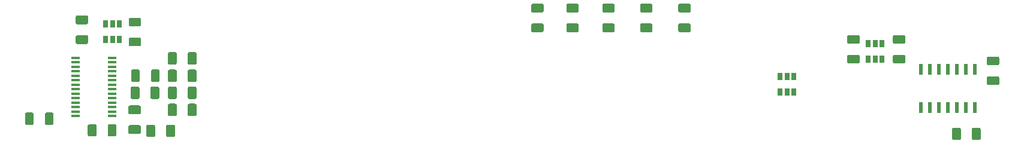
<source format=gtp>
G04 #@! TF.GenerationSoftware,KiCad,Pcbnew,5.0.2+dfsg1-1*
G04 #@! TF.CreationDate,2021-01-13T15:08:11+01:00*
G04 #@! TF.ProjectId,ErgoDOX,4572676f-444f-4582-9e6b-696361645f70,rev?*
G04 #@! TF.SameCoordinates,Original*
G04 #@! TF.FileFunction,Paste,Top*
G04 #@! TF.FilePolarity,Positive*
%FSLAX46Y46*%
G04 Gerber Fmt 4.6, Leading zero omitted, Abs format (unit mm)*
G04 Created by KiCad (PCBNEW 5.0.2+dfsg1-1) date Wed 13 Jan 2021 03:08:11 PM CET*
%MOMM*%
%LPD*%
G01*
G04 APERTURE LIST*
%ADD10C,0.150000*%
%ADD11C,1.250000*%
%ADD12R,0.600000X1.500000*%
%ADD13R,1.200000X0.400000*%
%ADD14R,0.650000X1.060000*%
G04 APERTURE END LIST*
D10*
G04 #@! TO.C,C1*
G36*
X76085504Y-55869804D02*
X76109773Y-55873404D01*
X76133571Y-55879365D01*
X76156671Y-55887630D01*
X76178849Y-55898120D01*
X76199893Y-55910733D01*
X76219598Y-55925347D01*
X76237777Y-55941823D01*
X76254253Y-55960002D01*
X76268867Y-55979707D01*
X76281480Y-56000751D01*
X76291970Y-56022929D01*
X76300235Y-56046029D01*
X76306196Y-56069827D01*
X76309796Y-56094096D01*
X76311000Y-56118600D01*
X76311000Y-57368600D01*
X76309796Y-57393104D01*
X76306196Y-57417373D01*
X76300235Y-57441171D01*
X76291970Y-57464271D01*
X76281480Y-57486449D01*
X76268867Y-57507493D01*
X76254253Y-57527198D01*
X76237777Y-57545377D01*
X76219598Y-57561853D01*
X76199893Y-57576467D01*
X76178849Y-57589080D01*
X76156671Y-57599570D01*
X76133571Y-57607835D01*
X76109773Y-57613796D01*
X76085504Y-57617396D01*
X76061000Y-57618600D01*
X75311000Y-57618600D01*
X75286496Y-57617396D01*
X75262227Y-57613796D01*
X75238429Y-57607835D01*
X75215329Y-57599570D01*
X75193151Y-57589080D01*
X75172107Y-57576467D01*
X75152402Y-57561853D01*
X75134223Y-57545377D01*
X75117747Y-57527198D01*
X75103133Y-57507493D01*
X75090520Y-57486449D01*
X75080030Y-57464271D01*
X75071765Y-57441171D01*
X75065804Y-57417373D01*
X75062204Y-57393104D01*
X75061000Y-57368600D01*
X75061000Y-56118600D01*
X75062204Y-56094096D01*
X75065804Y-56069827D01*
X75071765Y-56046029D01*
X75080030Y-56022929D01*
X75090520Y-56000751D01*
X75103133Y-55979707D01*
X75117747Y-55960002D01*
X75134223Y-55941823D01*
X75152402Y-55925347D01*
X75172107Y-55910733D01*
X75193151Y-55898120D01*
X75215329Y-55887630D01*
X75238429Y-55879365D01*
X75262227Y-55873404D01*
X75286496Y-55869804D01*
X75311000Y-55868600D01*
X76061000Y-55868600D01*
X76085504Y-55869804D01*
X76085504Y-55869804D01*
G37*
D11*
X75686000Y-56743600D03*
D10*
G36*
X78885504Y-55869804D02*
X78909773Y-55873404D01*
X78933571Y-55879365D01*
X78956671Y-55887630D01*
X78978849Y-55898120D01*
X78999893Y-55910733D01*
X79019598Y-55925347D01*
X79037777Y-55941823D01*
X79054253Y-55960002D01*
X79068867Y-55979707D01*
X79081480Y-56000751D01*
X79091970Y-56022929D01*
X79100235Y-56046029D01*
X79106196Y-56069827D01*
X79109796Y-56094096D01*
X79111000Y-56118600D01*
X79111000Y-57368600D01*
X79109796Y-57393104D01*
X79106196Y-57417373D01*
X79100235Y-57441171D01*
X79091970Y-57464271D01*
X79081480Y-57486449D01*
X79068867Y-57507493D01*
X79054253Y-57527198D01*
X79037777Y-57545377D01*
X79019598Y-57561853D01*
X78999893Y-57576467D01*
X78978849Y-57589080D01*
X78956671Y-57599570D01*
X78933571Y-57607835D01*
X78909773Y-57613796D01*
X78885504Y-57617396D01*
X78861000Y-57618600D01*
X78111000Y-57618600D01*
X78086496Y-57617396D01*
X78062227Y-57613796D01*
X78038429Y-57607835D01*
X78015329Y-57599570D01*
X77993151Y-57589080D01*
X77972107Y-57576467D01*
X77952402Y-57561853D01*
X77934223Y-57545377D01*
X77917747Y-57527198D01*
X77903133Y-57507493D01*
X77890520Y-57486449D01*
X77880030Y-57464271D01*
X77871765Y-57441171D01*
X77865804Y-57417373D01*
X77862204Y-57393104D01*
X77861000Y-57368600D01*
X77861000Y-56118600D01*
X77862204Y-56094096D01*
X77865804Y-56069827D01*
X77871765Y-56046029D01*
X77880030Y-56022929D01*
X77890520Y-56000751D01*
X77903133Y-55979707D01*
X77917747Y-55960002D01*
X77934223Y-55941823D01*
X77952402Y-55925347D01*
X77972107Y-55910733D01*
X77993151Y-55898120D01*
X78015329Y-55887630D01*
X78038429Y-55879365D01*
X78062227Y-55873404D01*
X78086496Y-55869804D01*
X78111000Y-55868600D01*
X78861000Y-55868600D01*
X78885504Y-55869804D01*
X78885504Y-55869804D01*
G37*
D11*
X78486000Y-56743600D03*
G04 #@! TD*
D10*
G04 #@! TO.C,C2*
G36*
X203544704Y-49087004D02*
X203568973Y-49090604D01*
X203592771Y-49096565D01*
X203615871Y-49104830D01*
X203638049Y-49115320D01*
X203659093Y-49127933D01*
X203678798Y-49142547D01*
X203696977Y-49159023D01*
X203713453Y-49177202D01*
X203728067Y-49196907D01*
X203740680Y-49217951D01*
X203751170Y-49240129D01*
X203759435Y-49263229D01*
X203765396Y-49287027D01*
X203768996Y-49311296D01*
X203770200Y-49335800D01*
X203770200Y-50085800D01*
X203768996Y-50110304D01*
X203765396Y-50134573D01*
X203759435Y-50158371D01*
X203751170Y-50181471D01*
X203740680Y-50203649D01*
X203728067Y-50224693D01*
X203713453Y-50244398D01*
X203696977Y-50262577D01*
X203678798Y-50279053D01*
X203659093Y-50293667D01*
X203638049Y-50306280D01*
X203615871Y-50316770D01*
X203592771Y-50325035D01*
X203568973Y-50330996D01*
X203544704Y-50334596D01*
X203520200Y-50335800D01*
X202270200Y-50335800D01*
X202245696Y-50334596D01*
X202221427Y-50330996D01*
X202197629Y-50325035D01*
X202174529Y-50316770D01*
X202152351Y-50306280D01*
X202131307Y-50293667D01*
X202111602Y-50279053D01*
X202093423Y-50262577D01*
X202076947Y-50244398D01*
X202062333Y-50224693D01*
X202049720Y-50203649D01*
X202039230Y-50181471D01*
X202030965Y-50158371D01*
X202025004Y-50134573D01*
X202021404Y-50110304D01*
X202020200Y-50085800D01*
X202020200Y-49335800D01*
X202021404Y-49311296D01*
X202025004Y-49287027D01*
X202030965Y-49263229D01*
X202039230Y-49240129D01*
X202049720Y-49217951D01*
X202062333Y-49196907D01*
X202076947Y-49177202D01*
X202093423Y-49159023D01*
X202111602Y-49142547D01*
X202131307Y-49127933D01*
X202152351Y-49115320D01*
X202174529Y-49104830D01*
X202197629Y-49096565D01*
X202221427Y-49090604D01*
X202245696Y-49087004D01*
X202270200Y-49085800D01*
X203520200Y-49085800D01*
X203544704Y-49087004D01*
X203544704Y-49087004D01*
G37*
D11*
X202895200Y-49710800D03*
D10*
G36*
X203544704Y-46287004D02*
X203568973Y-46290604D01*
X203592771Y-46296565D01*
X203615871Y-46304830D01*
X203638049Y-46315320D01*
X203659093Y-46327933D01*
X203678798Y-46342547D01*
X203696977Y-46359023D01*
X203713453Y-46377202D01*
X203728067Y-46396907D01*
X203740680Y-46417951D01*
X203751170Y-46440129D01*
X203759435Y-46463229D01*
X203765396Y-46487027D01*
X203768996Y-46511296D01*
X203770200Y-46535800D01*
X203770200Y-47285800D01*
X203768996Y-47310304D01*
X203765396Y-47334573D01*
X203759435Y-47358371D01*
X203751170Y-47381471D01*
X203740680Y-47403649D01*
X203728067Y-47424693D01*
X203713453Y-47444398D01*
X203696977Y-47462577D01*
X203678798Y-47479053D01*
X203659093Y-47493667D01*
X203638049Y-47506280D01*
X203615871Y-47516770D01*
X203592771Y-47525035D01*
X203568973Y-47530996D01*
X203544704Y-47534596D01*
X203520200Y-47535800D01*
X202270200Y-47535800D01*
X202245696Y-47534596D01*
X202221427Y-47530996D01*
X202197629Y-47525035D01*
X202174529Y-47516770D01*
X202152351Y-47506280D01*
X202131307Y-47493667D01*
X202111602Y-47479053D01*
X202093423Y-47462577D01*
X202076947Y-47444398D01*
X202062333Y-47424693D01*
X202049720Y-47403649D01*
X202039230Y-47381471D01*
X202030965Y-47358371D01*
X202025004Y-47334573D01*
X202021404Y-47310304D01*
X202020200Y-47285800D01*
X202020200Y-46535800D01*
X202021404Y-46511296D01*
X202025004Y-46487027D01*
X202030965Y-46463229D01*
X202039230Y-46440129D01*
X202049720Y-46417951D01*
X202062333Y-46396907D01*
X202076947Y-46377202D01*
X202093423Y-46359023D01*
X202111602Y-46342547D01*
X202131307Y-46327933D01*
X202152351Y-46315320D01*
X202174529Y-46304830D01*
X202197629Y-46296565D01*
X202221427Y-46290604D01*
X202245696Y-46287004D01*
X202270200Y-46285800D01*
X203520200Y-46285800D01*
X203544704Y-46287004D01*
X203544704Y-46287004D01*
G37*
D11*
X202895200Y-46910800D03*
G04 #@! TD*
D10*
G04 #@! TO.C,D1*
G36*
X90195932Y-52972242D02*
X90220201Y-52975842D01*
X90243999Y-52981803D01*
X90267099Y-52990068D01*
X90289277Y-53000558D01*
X90310321Y-53013171D01*
X90330026Y-53027785D01*
X90348205Y-53044261D01*
X90364681Y-53062440D01*
X90379295Y-53082145D01*
X90391908Y-53103189D01*
X90402398Y-53125367D01*
X90410663Y-53148467D01*
X90416624Y-53172265D01*
X90420224Y-53196534D01*
X90421428Y-53221038D01*
X90421428Y-54471038D01*
X90420224Y-54495542D01*
X90416624Y-54519811D01*
X90410663Y-54543609D01*
X90402398Y-54566709D01*
X90391908Y-54588887D01*
X90379295Y-54609931D01*
X90364681Y-54629636D01*
X90348205Y-54647815D01*
X90330026Y-54664291D01*
X90310321Y-54678905D01*
X90289277Y-54691518D01*
X90267099Y-54702008D01*
X90243999Y-54710273D01*
X90220201Y-54716234D01*
X90195932Y-54719834D01*
X90171428Y-54721038D01*
X89421428Y-54721038D01*
X89396924Y-54719834D01*
X89372655Y-54716234D01*
X89348857Y-54710273D01*
X89325757Y-54702008D01*
X89303579Y-54691518D01*
X89282535Y-54678905D01*
X89262830Y-54664291D01*
X89244651Y-54647815D01*
X89228175Y-54629636D01*
X89213561Y-54609931D01*
X89200948Y-54588887D01*
X89190458Y-54566709D01*
X89182193Y-54543609D01*
X89176232Y-54519811D01*
X89172632Y-54495542D01*
X89171428Y-54471038D01*
X89171428Y-53221038D01*
X89172632Y-53196534D01*
X89176232Y-53172265D01*
X89182193Y-53148467D01*
X89190458Y-53125367D01*
X89200948Y-53103189D01*
X89213561Y-53082145D01*
X89228175Y-53062440D01*
X89244651Y-53044261D01*
X89262830Y-53027785D01*
X89282535Y-53013171D01*
X89303579Y-53000558D01*
X89325757Y-52990068D01*
X89348857Y-52981803D01*
X89372655Y-52975842D01*
X89396924Y-52972242D01*
X89421428Y-52971038D01*
X90171428Y-52971038D01*
X90195932Y-52972242D01*
X90195932Y-52972242D01*
G37*
D11*
X89796428Y-53846038D03*
D10*
G36*
X87395932Y-52972242D02*
X87420201Y-52975842D01*
X87443999Y-52981803D01*
X87467099Y-52990068D01*
X87489277Y-53000558D01*
X87510321Y-53013171D01*
X87530026Y-53027785D01*
X87548205Y-53044261D01*
X87564681Y-53062440D01*
X87579295Y-53082145D01*
X87591908Y-53103189D01*
X87602398Y-53125367D01*
X87610663Y-53148467D01*
X87616624Y-53172265D01*
X87620224Y-53196534D01*
X87621428Y-53221038D01*
X87621428Y-54471038D01*
X87620224Y-54495542D01*
X87616624Y-54519811D01*
X87610663Y-54543609D01*
X87602398Y-54566709D01*
X87591908Y-54588887D01*
X87579295Y-54609931D01*
X87564681Y-54629636D01*
X87548205Y-54647815D01*
X87530026Y-54664291D01*
X87510321Y-54678905D01*
X87489277Y-54691518D01*
X87467099Y-54702008D01*
X87443999Y-54710273D01*
X87420201Y-54716234D01*
X87395932Y-54719834D01*
X87371428Y-54721038D01*
X86621428Y-54721038D01*
X86596924Y-54719834D01*
X86572655Y-54716234D01*
X86548857Y-54710273D01*
X86525757Y-54702008D01*
X86503579Y-54691518D01*
X86482535Y-54678905D01*
X86462830Y-54664291D01*
X86444651Y-54647815D01*
X86428175Y-54629636D01*
X86413561Y-54609931D01*
X86400948Y-54588887D01*
X86390458Y-54566709D01*
X86382193Y-54543609D01*
X86376232Y-54519811D01*
X86372632Y-54495542D01*
X86371428Y-54471038D01*
X86371428Y-53221038D01*
X86372632Y-53196534D01*
X86376232Y-53172265D01*
X86382193Y-53148467D01*
X86390458Y-53125367D01*
X86400948Y-53103189D01*
X86413561Y-53082145D01*
X86428175Y-53062440D01*
X86444651Y-53044261D01*
X86462830Y-53027785D01*
X86482535Y-53013171D01*
X86503579Y-53000558D01*
X86525757Y-52990068D01*
X86548857Y-52981803D01*
X86572655Y-52975842D01*
X86596924Y-52972242D01*
X86621428Y-52971038D01*
X87371428Y-52971038D01*
X87395932Y-52972242D01*
X87395932Y-52972242D01*
G37*
D11*
X86996428Y-53846038D03*
G04 #@! TD*
D10*
G04 #@! TO.C,D2*
G36*
X90195932Y-50559242D02*
X90220201Y-50562842D01*
X90243999Y-50568803D01*
X90267099Y-50577068D01*
X90289277Y-50587558D01*
X90310321Y-50600171D01*
X90330026Y-50614785D01*
X90348205Y-50631261D01*
X90364681Y-50649440D01*
X90379295Y-50669145D01*
X90391908Y-50690189D01*
X90402398Y-50712367D01*
X90410663Y-50735467D01*
X90416624Y-50759265D01*
X90420224Y-50783534D01*
X90421428Y-50808038D01*
X90421428Y-52058038D01*
X90420224Y-52082542D01*
X90416624Y-52106811D01*
X90410663Y-52130609D01*
X90402398Y-52153709D01*
X90391908Y-52175887D01*
X90379295Y-52196931D01*
X90364681Y-52216636D01*
X90348205Y-52234815D01*
X90330026Y-52251291D01*
X90310321Y-52265905D01*
X90289277Y-52278518D01*
X90267099Y-52289008D01*
X90243999Y-52297273D01*
X90220201Y-52303234D01*
X90195932Y-52306834D01*
X90171428Y-52308038D01*
X89421428Y-52308038D01*
X89396924Y-52306834D01*
X89372655Y-52303234D01*
X89348857Y-52297273D01*
X89325757Y-52289008D01*
X89303579Y-52278518D01*
X89282535Y-52265905D01*
X89262830Y-52251291D01*
X89244651Y-52234815D01*
X89228175Y-52216636D01*
X89213561Y-52196931D01*
X89200948Y-52175887D01*
X89190458Y-52153709D01*
X89182193Y-52130609D01*
X89176232Y-52106811D01*
X89172632Y-52082542D01*
X89171428Y-52058038D01*
X89171428Y-50808038D01*
X89172632Y-50783534D01*
X89176232Y-50759265D01*
X89182193Y-50735467D01*
X89190458Y-50712367D01*
X89200948Y-50690189D01*
X89213561Y-50669145D01*
X89228175Y-50649440D01*
X89244651Y-50631261D01*
X89262830Y-50614785D01*
X89282535Y-50600171D01*
X89303579Y-50587558D01*
X89325757Y-50577068D01*
X89348857Y-50568803D01*
X89372655Y-50562842D01*
X89396924Y-50559242D01*
X89421428Y-50558038D01*
X90171428Y-50558038D01*
X90195932Y-50559242D01*
X90195932Y-50559242D01*
G37*
D11*
X89796428Y-51433038D03*
D10*
G36*
X87395932Y-50559242D02*
X87420201Y-50562842D01*
X87443999Y-50568803D01*
X87467099Y-50577068D01*
X87489277Y-50587558D01*
X87510321Y-50600171D01*
X87530026Y-50614785D01*
X87548205Y-50631261D01*
X87564681Y-50649440D01*
X87579295Y-50669145D01*
X87591908Y-50690189D01*
X87602398Y-50712367D01*
X87610663Y-50735467D01*
X87616624Y-50759265D01*
X87620224Y-50783534D01*
X87621428Y-50808038D01*
X87621428Y-52058038D01*
X87620224Y-52082542D01*
X87616624Y-52106811D01*
X87610663Y-52130609D01*
X87602398Y-52153709D01*
X87591908Y-52175887D01*
X87579295Y-52196931D01*
X87564681Y-52216636D01*
X87548205Y-52234815D01*
X87530026Y-52251291D01*
X87510321Y-52265905D01*
X87489277Y-52278518D01*
X87467099Y-52289008D01*
X87443999Y-52297273D01*
X87420201Y-52303234D01*
X87395932Y-52306834D01*
X87371428Y-52308038D01*
X86621428Y-52308038D01*
X86596924Y-52306834D01*
X86572655Y-52303234D01*
X86548857Y-52297273D01*
X86525757Y-52289008D01*
X86503579Y-52278518D01*
X86482535Y-52265905D01*
X86462830Y-52251291D01*
X86444651Y-52234815D01*
X86428175Y-52216636D01*
X86413561Y-52196931D01*
X86400948Y-52175887D01*
X86390458Y-52153709D01*
X86382193Y-52130609D01*
X86376232Y-52106811D01*
X86372632Y-52082542D01*
X86371428Y-52058038D01*
X86371428Y-50808038D01*
X86372632Y-50783534D01*
X86376232Y-50759265D01*
X86382193Y-50735467D01*
X86390458Y-50712367D01*
X86400948Y-50690189D01*
X86413561Y-50669145D01*
X86428175Y-50649440D01*
X86444651Y-50631261D01*
X86462830Y-50614785D01*
X86482535Y-50600171D01*
X86503579Y-50587558D01*
X86525757Y-50577068D01*
X86548857Y-50568803D01*
X86572655Y-50562842D01*
X86596924Y-50559242D01*
X86621428Y-50558038D01*
X87371428Y-50558038D01*
X87395932Y-50559242D01*
X87395932Y-50559242D01*
G37*
D11*
X86996428Y-51433038D03*
G04 #@! TD*
D10*
G04 #@! TO.C,D3*
G36*
X90195932Y-48146242D02*
X90220201Y-48149842D01*
X90243999Y-48155803D01*
X90267099Y-48164068D01*
X90289277Y-48174558D01*
X90310321Y-48187171D01*
X90330026Y-48201785D01*
X90348205Y-48218261D01*
X90364681Y-48236440D01*
X90379295Y-48256145D01*
X90391908Y-48277189D01*
X90402398Y-48299367D01*
X90410663Y-48322467D01*
X90416624Y-48346265D01*
X90420224Y-48370534D01*
X90421428Y-48395038D01*
X90421428Y-49645038D01*
X90420224Y-49669542D01*
X90416624Y-49693811D01*
X90410663Y-49717609D01*
X90402398Y-49740709D01*
X90391908Y-49762887D01*
X90379295Y-49783931D01*
X90364681Y-49803636D01*
X90348205Y-49821815D01*
X90330026Y-49838291D01*
X90310321Y-49852905D01*
X90289277Y-49865518D01*
X90267099Y-49876008D01*
X90243999Y-49884273D01*
X90220201Y-49890234D01*
X90195932Y-49893834D01*
X90171428Y-49895038D01*
X89421428Y-49895038D01*
X89396924Y-49893834D01*
X89372655Y-49890234D01*
X89348857Y-49884273D01*
X89325757Y-49876008D01*
X89303579Y-49865518D01*
X89282535Y-49852905D01*
X89262830Y-49838291D01*
X89244651Y-49821815D01*
X89228175Y-49803636D01*
X89213561Y-49783931D01*
X89200948Y-49762887D01*
X89190458Y-49740709D01*
X89182193Y-49717609D01*
X89176232Y-49693811D01*
X89172632Y-49669542D01*
X89171428Y-49645038D01*
X89171428Y-48395038D01*
X89172632Y-48370534D01*
X89176232Y-48346265D01*
X89182193Y-48322467D01*
X89190458Y-48299367D01*
X89200948Y-48277189D01*
X89213561Y-48256145D01*
X89228175Y-48236440D01*
X89244651Y-48218261D01*
X89262830Y-48201785D01*
X89282535Y-48187171D01*
X89303579Y-48174558D01*
X89325757Y-48164068D01*
X89348857Y-48155803D01*
X89372655Y-48149842D01*
X89396924Y-48146242D01*
X89421428Y-48145038D01*
X90171428Y-48145038D01*
X90195932Y-48146242D01*
X90195932Y-48146242D01*
G37*
D11*
X89796428Y-49020038D03*
D10*
G36*
X87395932Y-48146242D02*
X87420201Y-48149842D01*
X87443999Y-48155803D01*
X87467099Y-48164068D01*
X87489277Y-48174558D01*
X87510321Y-48187171D01*
X87530026Y-48201785D01*
X87548205Y-48218261D01*
X87564681Y-48236440D01*
X87579295Y-48256145D01*
X87591908Y-48277189D01*
X87602398Y-48299367D01*
X87610663Y-48322467D01*
X87616624Y-48346265D01*
X87620224Y-48370534D01*
X87621428Y-48395038D01*
X87621428Y-49645038D01*
X87620224Y-49669542D01*
X87616624Y-49693811D01*
X87610663Y-49717609D01*
X87602398Y-49740709D01*
X87591908Y-49762887D01*
X87579295Y-49783931D01*
X87564681Y-49803636D01*
X87548205Y-49821815D01*
X87530026Y-49838291D01*
X87510321Y-49852905D01*
X87489277Y-49865518D01*
X87467099Y-49876008D01*
X87443999Y-49884273D01*
X87420201Y-49890234D01*
X87395932Y-49893834D01*
X87371428Y-49895038D01*
X86621428Y-49895038D01*
X86596924Y-49893834D01*
X86572655Y-49890234D01*
X86548857Y-49884273D01*
X86525757Y-49876008D01*
X86503579Y-49865518D01*
X86482535Y-49852905D01*
X86462830Y-49838291D01*
X86444651Y-49821815D01*
X86428175Y-49803636D01*
X86413561Y-49783931D01*
X86400948Y-49762887D01*
X86390458Y-49740709D01*
X86382193Y-49717609D01*
X86376232Y-49693811D01*
X86372632Y-49669542D01*
X86371428Y-49645038D01*
X86371428Y-48395038D01*
X86372632Y-48370534D01*
X86376232Y-48346265D01*
X86382193Y-48322467D01*
X86390458Y-48299367D01*
X86400948Y-48277189D01*
X86413561Y-48256145D01*
X86428175Y-48236440D01*
X86444651Y-48218261D01*
X86462830Y-48201785D01*
X86482535Y-48187171D01*
X86503579Y-48174558D01*
X86525757Y-48164068D01*
X86548857Y-48155803D01*
X86572655Y-48149842D01*
X86596924Y-48146242D01*
X86621428Y-48145038D01*
X87371428Y-48145038D01*
X87395932Y-48146242D01*
X87395932Y-48146242D01*
G37*
D11*
X86996428Y-49020038D03*
G04 #@! TD*
D10*
G04 #@! TO.C,D4*
G36*
X90195932Y-45669742D02*
X90220201Y-45673342D01*
X90243999Y-45679303D01*
X90267099Y-45687568D01*
X90289277Y-45698058D01*
X90310321Y-45710671D01*
X90330026Y-45725285D01*
X90348205Y-45741761D01*
X90364681Y-45759940D01*
X90379295Y-45779645D01*
X90391908Y-45800689D01*
X90402398Y-45822867D01*
X90410663Y-45845967D01*
X90416624Y-45869765D01*
X90420224Y-45894034D01*
X90421428Y-45918538D01*
X90421428Y-47168538D01*
X90420224Y-47193042D01*
X90416624Y-47217311D01*
X90410663Y-47241109D01*
X90402398Y-47264209D01*
X90391908Y-47286387D01*
X90379295Y-47307431D01*
X90364681Y-47327136D01*
X90348205Y-47345315D01*
X90330026Y-47361791D01*
X90310321Y-47376405D01*
X90289277Y-47389018D01*
X90267099Y-47399508D01*
X90243999Y-47407773D01*
X90220201Y-47413734D01*
X90195932Y-47417334D01*
X90171428Y-47418538D01*
X89421428Y-47418538D01*
X89396924Y-47417334D01*
X89372655Y-47413734D01*
X89348857Y-47407773D01*
X89325757Y-47399508D01*
X89303579Y-47389018D01*
X89282535Y-47376405D01*
X89262830Y-47361791D01*
X89244651Y-47345315D01*
X89228175Y-47327136D01*
X89213561Y-47307431D01*
X89200948Y-47286387D01*
X89190458Y-47264209D01*
X89182193Y-47241109D01*
X89176232Y-47217311D01*
X89172632Y-47193042D01*
X89171428Y-47168538D01*
X89171428Y-45918538D01*
X89172632Y-45894034D01*
X89176232Y-45869765D01*
X89182193Y-45845967D01*
X89190458Y-45822867D01*
X89200948Y-45800689D01*
X89213561Y-45779645D01*
X89228175Y-45759940D01*
X89244651Y-45741761D01*
X89262830Y-45725285D01*
X89282535Y-45710671D01*
X89303579Y-45698058D01*
X89325757Y-45687568D01*
X89348857Y-45679303D01*
X89372655Y-45673342D01*
X89396924Y-45669742D01*
X89421428Y-45668538D01*
X90171428Y-45668538D01*
X90195932Y-45669742D01*
X90195932Y-45669742D01*
G37*
D11*
X89796428Y-46543538D03*
D10*
G36*
X87395932Y-45669742D02*
X87420201Y-45673342D01*
X87443999Y-45679303D01*
X87467099Y-45687568D01*
X87489277Y-45698058D01*
X87510321Y-45710671D01*
X87530026Y-45725285D01*
X87548205Y-45741761D01*
X87564681Y-45759940D01*
X87579295Y-45779645D01*
X87591908Y-45800689D01*
X87602398Y-45822867D01*
X87610663Y-45845967D01*
X87616624Y-45869765D01*
X87620224Y-45894034D01*
X87621428Y-45918538D01*
X87621428Y-47168538D01*
X87620224Y-47193042D01*
X87616624Y-47217311D01*
X87610663Y-47241109D01*
X87602398Y-47264209D01*
X87591908Y-47286387D01*
X87579295Y-47307431D01*
X87564681Y-47327136D01*
X87548205Y-47345315D01*
X87530026Y-47361791D01*
X87510321Y-47376405D01*
X87489277Y-47389018D01*
X87467099Y-47399508D01*
X87443999Y-47407773D01*
X87420201Y-47413734D01*
X87395932Y-47417334D01*
X87371428Y-47418538D01*
X86621428Y-47418538D01*
X86596924Y-47417334D01*
X86572655Y-47413734D01*
X86548857Y-47407773D01*
X86525757Y-47399508D01*
X86503579Y-47389018D01*
X86482535Y-47376405D01*
X86462830Y-47361791D01*
X86444651Y-47345315D01*
X86428175Y-47327136D01*
X86413561Y-47307431D01*
X86400948Y-47286387D01*
X86390458Y-47264209D01*
X86382193Y-47241109D01*
X86376232Y-47217311D01*
X86372632Y-47193042D01*
X86371428Y-47168538D01*
X86371428Y-45918538D01*
X86372632Y-45894034D01*
X86376232Y-45869765D01*
X86382193Y-45845967D01*
X86390458Y-45822867D01*
X86400948Y-45800689D01*
X86413561Y-45779645D01*
X86428175Y-45759940D01*
X86444651Y-45741761D01*
X86462830Y-45725285D01*
X86482535Y-45710671D01*
X86503579Y-45698058D01*
X86525757Y-45687568D01*
X86548857Y-45679303D01*
X86572655Y-45673342D01*
X86596924Y-45669742D01*
X86621428Y-45668538D01*
X87371428Y-45668538D01*
X87395932Y-45669742D01*
X87395932Y-45669742D01*
G37*
D11*
X86996428Y-46543538D03*
G04 #@! TD*
D10*
G04 #@! TO.C,D5*
G36*
X87147932Y-55956742D02*
X87172201Y-55960342D01*
X87195999Y-55966303D01*
X87219099Y-55974568D01*
X87241277Y-55985058D01*
X87262321Y-55997671D01*
X87282026Y-56012285D01*
X87300205Y-56028761D01*
X87316681Y-56046940D01*
X87331295Y-56066645D01*
X87343908Y-56087689D01*
X87354398Y-56109867D01*
X87362663Y-56132967D01*
X87368624Y-56156765D01*
X87372224Y-56181034D01*
X87373428Y-56205538D01*
X87373428Y-57455538D01*
X87372224Y-57480042D01*
X87368624Y-57504311D01*
X87362663Y-57528109D01*
X87354398Y-57551209D01*
X87343908Y-57573387D01*
X87331295Y-57594431D01*
X87316681Y-57614136D01*
X87300205Y-57632315D01*
X87282026Y-57648791D01*
X87262321Y-57663405D01*
X87241277Y-57676018D01*
X87219099Y-57686508D01*
X87195999Y-57694773D01*
X87172201Y-57700734D01*
X87147932Y-57704334D01*
X87123428Y-57705538D01*
X86373428Y-57705538D01*
X86348924Y-57704334D01*
X86324655Y-57700734D01*
X86300857Y-57694773D01*
X86277757Y-57686508D01*
X86255579Y-57676018D01*
X86234535Y-57663405D01*
X86214830Y-57648791D01*
X86196651Y-57632315D01*
X86180175Y-57614136D01*
X86165561Y-57594431D01*
X86152948Y-57573387D01*
X86142458Y-57551209D01*
X86134193Y-57528109D01*
X86128232Y-57504311D01*
X86124632Y-57480042D01*
X86123428Y-57455538D01*
X86123428Y-56205538D01*
X86124632Y-56181034D01*
X86128232Y-56156765D01*
X86134193Y-56132967D01*
X86142458Y-56109867D01*
X86152948Y-56087689D01*
X86165561Y-56066645D01*
X86180175Y-56046940D01*
X86196651Y-56028761D01*
X86214830Y-56012285D01*
X86234535Y-55997671D01*
X86255579Y-55985058D01*
X86277757Y-55974568D01*
X86300857Y-55966303D01*
X86324655Y-55960342D01*
X86348924Y-55956742D01*
X86373428Y-55955538D01*
X87123428Y-55955538D01*
X87147932Y-55956742D01*
X87147932Y-55956742D01*
G37*
D11*
X86748428Y-56830538D03*
D10*
G36*
X84347932Y-55956742D02*
X84372201Y-55960342D01*
X84395999Y-55966303D01*
X84419099Y-55974568D01*
X84441277Y-55985058D01*
X84462321Y-55997671D01*
X84482026Y-56012285D01*
X84500205Y-56028761D01*
X84516681Y-56046940D01*
X84531295Y-56066645D01*
X84543908Y-56087689D01*
X84554398Y-56109867D01*
X84562663Y-56132967D01*
X84568624Y-56156765D01*
X84572224Y-56181034D01*
X84573428Y-56205538D01*
X84573428Y-57455538D01*
X84572224Y-57480042D01*
X84568624Y-57504311D01*
X84562663Y-57528109D01*
X84554398Y-57551209D01*
X84543908Y-57573387D01*
X84531295Y-57594431D01*
X84516681Y-57614136D01*
X84500205Y-57632315D01*
X84482026Y-57648791D01*
X84462321Y-57663405D01*
X84441277Y-57676018D01*
X84419099Y-57686508D01*
X84395999Y-57694773D01*
X84372201Y-57700734D01*
X84347932Y-57704334D01*
X84323428Y-57705538D01*
X83573428Y-57705538D01*
X83548924Y-57704334D01*
X83524655Y-57700734D01*
X83500857Y-57694773D01*
X83477757Y-57686508D01*
X83455579Y-57676018D01*
X83434535Y-57663405D01*
X83414830Y-57648791D01*
X83396651Y-57632315D01*
X83380175Y-57614136D01*
X83365561Y-57594431D01*
X83352948Y-57573387D01*
X83342458Y-57551209D01*
X83334193Y-57528109D01*
X83328232Y-57504311D01*
X83324632Y-57480042D01*
X83323428Y-57455538D01*
X83323428Y-56205538D01*
X83324632Y-56181034D01*
X83328232Y-56156765D01*
X83334193Y-56132967D01*
X83342458Y-56109867D01*
X83352948Y-56087689D01*
X83365561Y-56066645D01*
X83380175Y-56046940D01*
X83396651Y-56028761D01*
X83414830Y-56012285D01*
X83434535Y-55997671D01*
X83455579Y-55985058D01*
X83477757Y-55974568D01*
X83500857Y-55966303D01*
X83524655Y-55960342D01*
X83548924Y-55956742D01*
X83573428Y-55955538D01*
X84323428Y-55955538D01*
X84347932Y-55956742D01*
X84347932Y-55956742D01*
G37*
D11*
X83948428Y-56830538D03*
G04 #@! TD*
D12*
G04 #@! TO.C,U6*
X200286114Y-48128955D03*
X199016114Y-48128955D03*
X197746114Y-48128955D03*
X196476114Y-48128955D03*
X195206114Y-48128955D03*
X193936114Y-48128955D03*
X192666114Y-48128955D03*
X192666114Y-53528955D03*
X193936114Y-53528955D03*
X195206114Y-53528955D03*
X196476114Y-53528955D03*
X197746114Y-53528955D03*
X199016114Y-53528955D03*
X200286114Y-53528955D03*
G04 #@! TD*
D13*
G04 #@! TO.C,U4*
X73286928Y-46480038D03*
X73286928Y-47115038D03*
X73286928Y-47750038D03*
X73286928Y-48385038D03*
X73286928Y-49020038D03*
X73286928Y-49655038D03*
X73286928Y-50290038D03*
X73286928Y-50925038D03*
X73286928Y-51560038D03*
X73286928Y-52195038D03*
X73286928Y-52830038D03*
X73286928Y-53465038D03*
X73286928Y-54100038D03*
X73286928Y-54735038D03*
X78486928Y-54735038D03*
X78486928Y-54100038D03*
X78486928Y-53465038D03*
X78486928Y-52830038D03*
X78486928Y-52195038D03*
X78486928Y-51560038D03*
X78486928Y-50925038D03*
X78486928Y-50290038D03*
X78486928Y-49655038D03*
X78486928Y-49020038D03*
X78486928Y-48385038D03*
X78486928Y-47750038D03*
X78486928Y-47115038D03*
X78486928Y-46480038D03*
G04 #@! TD*
D14*
G04 #@! TO.C,U1*
X77586800Y-43911700D03*
X78536800Y-43911700D03*
X79486800Y-43911700D03*
X79486800Y-41711700D03*
X77586800Y-41711700D03*
X78536800Y-41711700D03*
G04 #@! TD*
G04 #@! TO.C,U2*
X186232800Y-44467600D03*
X185282800Y-44467600D03*
X187182800Y-44467600D03*
X187182800Y-46667600D03*
X186232800Y-46667600D03*
X185282800Y-46667600D03*
G04 #@! TD*
G04 #@! TO.C,U3*
X174736800Y-49090400D03*
X173786800Y-49090400D03*
X172836800Y-49090400D03*
X172836800Y-51290400D03*
X174736800Y-51290400D03*
X173786800Y-51290400D03*
G04 #@! TD*
D10*
G04 #@! TO.C,R6*
G36*
X82125432Y-50559242D02*
X82149701Y-50562842D01*
X82173499Y-50568803D01*
X82196599Y-50577068D01*
X82218777Y-50587558D01*
X82239821Y-50600171D01*
X82259526Y-50614785D01*
X82277705Y-50631261D01*
X82294181Y-50649440D01*
X82308795Y-50669145D01*
X82321408Y-50690189D01*
X82331898Y-50712367D01*
X82340163Y-50735467D01*
X82346124Y-50759265D01*
X82349724Y-50783534D01*
X82350928Y-50808038D01*
X82350928Y-52058038D01*
X82349724Y-52082542D01*
X82346124Y-52106811D01*
X82340163Y-52130609D01*
X82331898Y-52153709D01*
X82321408Y-52175887D01*
X82308795Y-52196931D01*
X82294181Y-52216636D01*
X82277705Y-52234815D01*
X82259526Y-52251291D01*
X82239821Y-52265905D01*
X82218777Y-52278518D01*
X82196599Y-52289008D01*
X82173499Y-52297273D01*
X82149701Y-52303234D01*
X82125432Y-52306834D01*
X82100928Y-52308038D01*
X81350928Y-52308038D01*
X81326424Y-52306834D01*
X81302155Y-52303234D01*
X81278357Y-52297273D01*
X81255257Y-52289008D01*
X81233079Y-52278518D01*
X81212035Y-52265905D01*
X81192330Y-52251291D01*
X81174151Y-52234815D01*
X81157675Y-52216636D01*
X81143061Y-52196931D01*
X81130448Y-52175887D01*
X81119958Y-52153709D01*
X81111693Y-52130609D01*
X81105732Y-52106811D01*
X81102132Y-52082542D01*
X81100928Y-52058038D01*
X81100928Y-50808038D01*
X81102132Y-50783534D01*
X81105732Y-50759265D01*
X81111693Y-50735467D01*
X81119958Y-50712367D01*
X81130448Y-50690189D01*
X81143061Y-50669145D01*
X81157675Y-50649440D01*
X81174151Y-50631261D01*
X81192330Y-50614785D01*
X81212035Y-50600171D01*
X81233079Y-50587558D01*
X81255257Y-50577068D01*
X81278357Y-50568803D01*
X81302155Y-50562842D01*
X81326424Y-50559242D01*
X81350928Y-50558038D01*
X82100928Y-50558038D01*
X82125432Y-50559242D01*
X82125432Y-50559242D01*
G37*
D11*
X81725928Y-51433038D03*
D10*
G36*
X84925432Y-50559242D02*
X84949701Y-50562842D01*
X84973499Y-50568803D01*
X84996599Y-50577068D01*
X85018777Y-50587558D01*
X85039821Y-50600171D01*
X85059526Y-50614785D01*
X85077705Y-50631261D01*
X85094181Y-50649440D01*
X85108795Y-50669145D01*
X85121408Y-50690189D01*
X85131898Y-50712367D01*
X85140163Y-50735467D01*
X85146124Y-50759265D01*
X85149724Y-50783534D01*
X85150928Y-50808038D01*
X85150928Y-52058038D01*
X85149724Y-52082542D01*
X85146124Y-52106811D01*
X85140163Y-52130609D01*
X85131898Y-52153709D01*
X85121408Y-52175887D01*
X85108795Y-52196931D01*
X85094181Y-52216636D01*
X85077705Y-52234815D01*
X85059526Y-52251291D01*
X85039821Y-52265905D01*
X85018777Y-52278518D01*
X84996599Y-52289008D01*
X84973499Y-52297273D01*
X84949701Y-52303234D01*
X84925432Y-52306834D01*
X84900928Y-52308038D01*
X84150928Y-52308038D01*
X84126424Y-52306834D01*
X84102155Y-52303234D01*
X84078357Y-52297273D01*
X84055257Y-52289008D01*
X84033079Y-52278518D01*
X84012035Y-52265905D01*
X83992330Y-52251291D01*
X83974151Y-52234815D01*
X83957675Y-52216636D01*
X83943061Y-52196931D01*
X83930448Y-52175887D01*
X83919958Y-52153709D01*
X83911693Y-52130609D01*
X83905732Y-52106811D01*
X83902132Y-52082542D01*
X83900928Y-52058038D01*
X83900928Y-50808038D01*
X83902132Y-50783534D01*
X83905732Y-50759265D01*
X83911693Y-50735467D01*
X83919958Y-50712367D01*
X83930448Y-50690189D01*
X83943061Y-50669145D01*
X83957675Y-50649440D01*
X83974151Y-50631261D01*
X83992330Y-50614785D01*
X84012035Y-50600171D01*
X84033079Y-50587558D01*
X84055257Y-50577068D01*
X84078357Y-50568803D01*
X84102155Y-50562842D01*
X84126424Y-50559242D01*
X84150928Y-50558038D01*
X84900928Y-50558038D01*
X84925432Y-50559242D01*
X84925432Y-50559242D01*
G37*
D11*
X84525928Y-51433038D03*
G04 #@! TD*
D10*
G04 #@! TO.C,R1*
G36*
X82361304Y-40787905D02*
X82385573Y-40791505D01*
X82409371Y-40797466D01*
X82432471Y-40805731D01*
X82454649Y-40816221D01*
X82475693Y-40828834D01*
X82495398Y-40843448D01*
X82513577Y-40859924D01*
X82530053Y-40878103D01*
X82544667Y-40897808D01*
X82557280Y-40918852D01*
X82567770Y-40941030D01*
X82576035Y-40964130D01*
X82581996Y-40987928D01*
X82585596Y-41012197D01*
X82586800Y-41036701D01*
X82586800Y-41786701D01*
X82585596Y-41811205D01*
X82581996Y-41835474D01*
X82576035Y-41859272D01*
X82567770Y-41882372D01*
X82557280Y-41904550D01*
X82544667Y-41925594D01*
X82530053Y-41945299D01*
X82513577Y-41963478D01*
X82495398Y-41979954D01*
X82475693Y-41994568D01*
X82454649Y-42007181D01*
X82432471Y-42017671D01*
X82409371Y-42025936D01*
X82385573Y-42031897D01*
X82361304Y-42035497D01*
X82336800Y-42036701D01*
X81086800Y-42036701D01*
X81062296Y-42035497D01*
X81038027Y-42031897D01*
X81014229Y-42025936D01*
X80991129Y-42017671D01*
X80968951Y-42007181D01*
X80947907Y-41994568D01*
X80928202Y-41979954D01*
X80910023Y-41963478D01*
X80893547Y-41945299D01*
X80878933Y-41925594D01*
X80866320Y-41904550D01*
X80855830Y-41882372D01*
X80847565Y-41859272D01*
X80841604Y-41835474D01*
X80838004Y-41811205D01*
X80836800Y-41786701D01*
X80836800Y-41036701D01*
X80838004Y-41012197D01*
X80841604Y-40987928D01*
X80847565Y-40964130D01*
X80855830Y-40941030D01*
X80866320Y-40918852D01*
X80878933Y-40897808D01*
X80893547Y-40878103D01*
X80910023Y-40859924D01*
X80928202Y-40843448D01*
X80947907Y-40828834D01*
X80968951Y-40816221D01*
X80991129Y-40805731D01*
X81014229Y-40797466D01*
X81038027Y-40791505D01*
X81062296Y-40787905D01*
X81086800Y-40786701D01*
X82336800Y-40786701D01*
X82361304Y-40787905D01*
X82361304Y-40787905D01*
G37*
D11*
X81711800Y-41411701D03*
D10*
G36*
X82361304Y-43587903D02*
X82385573Y-43591503D01*
X82409371Y-43597464D01*
X82432471Y-43605729D01*
X82454649Y-43616219D01*
X82475693Y-43628832D01*
X82495398Y-43643446D01*
X82513577Y-43659922D01*
X82530053Y-43678101D01*
X82544667Y-43697806D01*
X82557280Y-43718850D01*
X82567770Y-43741028D01*
X82576035Y-43764128D01*
X82581996Y-43787926D01*
X82585596Y-43812195D01*
X82586800Y-43836699D01*
X82586800Y-44586699D01*
X82585596Y-44611203D01*
X82581996Y-44635472D01*
X82576035Y-44659270D01*
X82567770Y-44682370D01*
X82557280Y-44704548D01*
X82544667Y-44725592D01*
X82530053Y-44745297D01*
X82513577Y-44763476D01*
X82495398Y-44779952D01*
X82475693Y-44794566D01*
X82454649Y-44807179D01*
X82432471Y-44817669D01*
X82409371Y-44825934D01*
X82385573Y-44831895D01*
X82361304Y-44835495D01*
X82336800Y-44836699D01*
X81086800Y-44836699D01*
X81062296Y-44835495D01*
X81038027Y-44831895D01*
X81014229Y-44825934D01*
X80991129Y-44817669D01*
X80968951Y-44807179D01*
X80947907Y-44794566D01*
X80928202Y-44779952D01*
X80910023Y-44763476D01*
X80893547Y-44745297D01*
X80878933Y-44725592D01*
X80866320Y-44704548D01*
X80855830Y-44682370D01*
X80847565Y-44659270D01*
X80841604Y-44635472D01*
X80838004Y-44611203D01*
X80836800Y-44586699D01*
X80836800Y-43836699D01*
X80838004Y-43812195D01*
X80841604Y-43787926D01*
X80847565Y-43764128D01*
X80855830Y-43741028D01*
X80866320Y-43718850D01*
X80878933Y-43697806D01*
X80893547Y-43678101D01*
X80910023Y-43659922D01*
X80928202Y-43643446D01*
X80947907Y-43628832D01*
X80968951Y-43616219D01*
X80991129Y-43605729D01*
X81014229Y-43597464D01*
X81038027Y-43591503D01*
X81062296Y-43587903D01*
X81086800Y-43586699D01*
X82336800Y-43586699D01*
X82361304Y-43587903D01*
X82361304Y-43587903D01*
G37*
D11*
X81711800Y-44211699D03*
G04 #@! TD*
D10*
G04 #@! TO.C,R8*
G36*
X82314932Y-53219242D02*
X82339201Y-53222842D01*
X82362999Y-53228803D01*
X82386099Y-53237068D01*
X82408277Y-53247558D01*
X82429321Y-53260171D01*
X82449026Y-53274785D01*
X82467205Y-53291261D01*
X82483681Y-53309440D01*
X82498295Y-53329145D01*
X82510908Y-53350189D01*
X82521398Y-53372367D01*
X82529663Y-53395467D01*
X82535624Y-53419265D01*
X82539224Y-53443534D01*
X82540428Y-53468038D01*
X82540428Y-54218038D01*
X82539224Y-54242542D01*
X82535624Y-54266811D01*
X82529663Y-54290609D01*
X82521398Y-54313709D01*
X82510908Y-54335887D01*
X82498295Y-54356931D01*
X82483681Y-54376636D01*
X82467205Y-54394815D01*
X82449026Y-54411291D01*
X82429321Y-54425905D01*
X82408277Y-54438518D01*
X82386099Y-54449008D01*
X82362999Y-54457273D01*
X82339201Y-54463234D01*
X82314932Y-54466834D01*
X82290428Y-54468038D01*
X81040428Y-54468038D01*
X81015924Y-54466834D01*
X80991655Y-54463234D01*
X80967857Y-54457273D01*
X80944757Y-54449008D01*
X80922579Y-54438518D01*
X80901535Y-54425905D01*
X80881830Y-54411291D01*
X80863651Y-54394815D01*
X80847175Y-54376636D01*
X80832561Y-54356931D01*
X80819948Y-54335887D01*
X80809458Y-54313709D01*
X80801193Y-54290609D01*
X80795232Y-54266811D01*
X80791632Y-54242542D01*
X80790428Y-54218038D01*
X80790428Y-53468038D01*
X80791632Y-53443534D01*
X80795232Y-53419265D01*
X80801193Y-53395467D01*
X80809458Y-53372367D01*
X80819948Y-53350189D01*
X80832561Y-53329145D01*
X80847175Y-53309440D01*
X80863651Y-53291261D01*
X80881830Y-53274785D01*
X80901535Y-53260171D01*
X80922579Y-53247558D01*
X80944757Y-53237068D01*
X80967857Y-53228803D01*
X80991655Y-53222842D01*
X81015924Y-53219242D01*
X81040428Y-53218038D01*
X82290428Y-53218038D01*
X82314932Y-53219242D01*
X82314932Y-53219242D01*
G37*
D11*
X81665428Y-53843038D03*
D10*
G36*
X82314932Y-56019242D02*
X82339201Y-56022842D01*
X82362999Y-56028803D01*
X82386099Y-56037068D01*
X82408277Y-56047558D01*
X82429321Y-56060171D01*
X82449026Y-56074785D01*
X82467205Y-56091261D01*
X82483681Y-56109440D01*
X82498295Y-56129145D01*
X82510908Y-56150189D01*
X82521398Y-56172367D01*
X82529663Y-56195467D01*
X82535624Y-56219265D01*
X82539224Y-56243534D01*
X82540428Y-56268038D01*
X82540428Y-57018038D01*
X82539224Y-57042542D01*
X82535624Y-57066811D01*
X82529663Y-57090609D01*
X82521398Y-57113709D01*
X82510908Y-57135887D01*
X82498295Y-57156931D01*
X82483681Y-57176636D01*
X82467205Y-57194815D01*
X82449026Y-57211291D01*
X82429321Y-57225905D01*
X82408277Y-57238518D01*
X82386099Y-57249008D01*
X82362999Y-57257273D01*
X82339201Y-57263234D01*
X82314932Y-57266834D01*
X82290428Y-57268038D01*
X81040428Y-57268038D01*
X81015924Y-57266834D01*
X80991655Y-57263234D01*
X80967857Y-57257273D01*
X80944757Y-57249008D01*
X80922579Y-57238518D01*
X80901535Y-57225905D01*
X80881830Y-57211291D01*
X80863651Y-57194815D01*
X80847175Y-57176636D01*
X80832561Y-57156931D01*
X80819948Y-57135887D01*
X80809458Y-57113709D01*
X80801193Y-57090609D01*
X80795232Y-57066811D01*
X80791632Y-57042542D01*
X80790428Y-57018038D01*
X80790428Y-56268038D01*
X80791632Y-56243534D01*
X80795232Y-56219265D01*
X80801193Y-56195467D01*
X80809458Y-56172367D01*
X80819948Y-56150189D01*
X80832561Y-56129145D01*
X80847175Y-56109440D01*
X80863651Y-56091261D01*
X80881830Y-56074785D01*
X80901535Y-56060171D01*
X80922579Y-56047558D01*
X80944757Y-56037068D01*
X80967857Y-56028803D01*
X80991655Y-56022842D01*
X81015924Y-56019242D01*
X81040428Y-56018038D01*
X82290428Y-56018038D01*
X82314932Y-56019242D01*
X82314932Y-56019242D01*
G37*
D11*
X81665428Y-56643038D03*
G04 #@! TD*
D10*
G04 #@! TO.C,R2*
G36*
X74868304Y-40470405D02*
X74892573Y-40474005D01*
X74916371Y-40479966D01*
X74939471Y-40488231D01*
X74961649Y-40498721D01*
X74982693Y-40511334D01*
X75002398Y-40525948D01*
X75020577Y-40542424D01*
X75037053Y-40560603D01*
X75051667Y-40580308D01*
X75064280Y-40601352D01*
X75074770Y-40623530D01*
X75083035Y-40646630D01*
X75088996Y-40670428D01*
X75092596Y-40694697D01*
X75093800Y-40719201D01*
X75093800Y-41469201D01*
X75092596Y-41493705D01*
X75088996Y-41517974D01*
X75083035Y-41541772D01*
X75074770Y-41564872D01*
X75064280Y-41587050D01*
X75051667Y-41608094D01*
X75037053Y-41627799D01*
X75020577Y-41645978D01*
X75002398Y-41662454D01*
X74982693Y-41677068D01*
X74961649Y-41689681D01*
X74939471Y-41700171D01*
X74916371Y-41708436D01*
X74892573Y-41714397D01*
X74868304Y-41717997D01*
X74843800Y-41719201D01*
X73593800Y-41719201D01*
X73569296Y-41717997D01*
X73545027Y-41714397D01*
X73521229Y-41708436D01*
X73498129Y-41700171D01*
X73475951Y-41689681D01*
X73454907Y-41677068D01*
X73435202Y-41662454D01*
X73417023Y-41645978D01*
X73400547Y-41627799D01*
X73385933Y-41608094D01*
X73373320Y-41587050D01*
X73362830Y-41564872D01*
X73354565Y-41541772D01*
X73348604Y-41517974D01*
X73345004Y-41493705D01*
X73343800Y-41469201D01*
X73343800Y-40719201D01*
X73345004Y-40694697D01*
X73348604Y-40670428D01*
X73354565Y-40646630D01*
X73362830Y-40623530D01*
X73373320Y-40601352D01*
X73385933Y-40580308D01*
X73400547Y-40560603D01*
X73417023Y-40542424D01*
X73435202Y-40525948D01*
X73454907Y-40511334D01*
X73475951Y-40498721D01*
X73498129Y-40488231D01*
X73521229Y-40479966D01*
X73545027Y-40474005D01*
X73569296Y-40470405D01*
X73593800Y-40469201D01*
X74843800Y-40469201D01*
X74868304Y-40470405D01*
X74868304Y-40470405D01*
G37*
D11*
X74218800Y-41094201D03*
D10*
G36*
X74868304Y-43270403D02*
X74892573Y-43274003D01*
X74916371Y-43279964D01*
X74939471Y-43288229D01*
X74961649Y-43298719D01*
X74982693Y-43311332D01*
X75002398Y-43325946D01*
X75020577Y-43342422D01*
X75037053Y-43360601D01*
X75051667Y-43380306D01*
X75064280Y-43401350D01*
X75074770Y-43423528D01*
X75083035Y-43446628D01*
X75088996Y-43470426D01*
X75092596Y-43494695D01*
X75093800Y-43519199D01*
X75093800Y-44269199D01*
X75092596Y-44293703D01*
X75088996Y-44317972D01*
X75083035Y-44341770D01*
X75074770Y-44364870D01*
X75064280Y-44387048D01*
X75051667Y-44408092D01*
X75037053Y-44427797D01*
X75020577Y-44445976D01*
X75002398Y-44462452D01*
X74982693Y-44477066D01*
X74961649Y-44489679D01*
X74939471Y-44500169D01*
X74916371Y-44508434D01*
X74892573Y-44514395D01*
X74868304Y-44517995D01*
X74843800Y-44519199D01*
X73593800Y-44519199D01*
X73569296Y-44517995D01*
X73545027Y-44514395D01*
X73521229Y-44508434D01*
X73498129Y-44500169D01*
X73475951Y-44489679D01*
X73454907Y-44477066D01*
X73435202Y-44462452D01*
X73417023Y-44445976D01*
X73400547Y-44427797D01*
X73385933Y-44408092D01*
X73373320Y-44387048D01*
X73362830Y-44364870D01*
X73354565Y-44341770D01*
X73348604Y-44317972D01*
X73345004Y-44293703D01*
X73343800Y-44269199D01*
X73343800Y-43519199D01*
X73345004Y-43494695D01*
X73348604Y-43470426D01*
X73354565Y-43446628D01*
X73362830Y-43423528D01*
X73373320Y-43401350D01*
X73385933Y-43380306D01*
X73400547Y-43360601D01*
X73417023Y-43342422D01*
X73435202Y-43325946D01*
X73454907Y-43311332D01*
X73475951Y-43298719D01*
X73498129Y-43288229D01*
X73521229Y-43279964D01*
X73545027Y-43274003D01*
X73569296Y-43270403D01*
X73593800Y-43269199D01*
X74843800Y-43269199D01*
X74868304Y-43270403D01*
X74868304Y-43270403D01*
G37*
D11*
X74218800Y-43894199D03*
G04 #@! TD*
D10*
G04 #@! TO.C,R3*
G36*
X190285904Y-46039004D02*
X190310173Y-46042604D01*
X190333971Y-46048565D01*
X190357071Y-46056830D01*
X190379249Y-46067320D01*
X190400293Y-46079933D01*
X190419998Y-46094547D01*
X190438177Y-46111023D01*
X190454653Y-46129202D01*
X190469267Y-46148907D01*
X190481880Y-46169951D01*
X190492370Y-46192129D01*
X190500635Y-46215229D01*
X190506596Y-46239027D01*
X190510196Y-46263296D01*
X190511400Y-46287800D01*
X190511400Y-47037800D01*
X190510196Y-47062304D01*
X190506596Y-47086573D01*
X190500635Y-47110371D01*
X190492370Y-47133471D01*
X190481880Y-47155649D01*
X190469267Y-47176693D01*
X190454653Y-47196398D01*
X190438177Y-47214577D01*
X190419998Y-47231053D01*
X190400293Y-47245667D01*
X190379249Y-47258280D01*
X190357071Y-47268770D01*
X190333971Y-47277035D01*
X190310173Y-47282996D01*
X190285904Y-47286596D01*
X190261400Y-47287800D01*
X189011400Y-47287800D01*
X188986896Y-47286596D01*
X188962627Y-47282996D01*
X188938829Y-47277035D01*
X188915729Y-47268770D01*
X188893551Y-47258280D01*
X188872507Y-47245667D01*
X188852802Y-47231053D01*
X188834623Y-47214577D01*
X188818147Y-47196398D01*
X188803533Y-47176693D01*
X188790920Y-47155649D01*
X188780430Y-47133471D01*
X188772165Y-47110371D01*
X188766204Y-47086573D01*
X188762604Y-47062304D01*
X188761400Y-47037800D01*
X188761400Y-46287800D01*
X188762604Y-46263296D01*
X188766204Y-46239027D01*
X188772165Y-46215229D01*
X188780430Y-46192129D01*
X188790920Y-46169951D01*
X188803533Y-46148907D01*
X188818147Y-46129202D01*
X188834623Y-46111023D01*
X188852802Y-46094547D01*
X188872507Y-46079933D01*
X188893551Y-46067320D01*
X188915729Y-46056830D01*
X188938829Y-46048565D01*
X188962627Y-46042604D01*
X188986896Y-46039004D01*
X189011400Y-46037800D01*
X190261400Y-46037800D01*
X190285904Y-46039004D01*
X190285904Y-46039004D01*
G37*
D11*
X189636400Y-46662800D03*
D10*
G36*
X190285904Y-43239004D02*
X190310173Y-43242604D01*
X190333971Y-43248565D01*
X190357071Y-43256830D01*
X190379249Y-43267320D01*
X190400293Y-43279933D01*
X190419998Y-43294547D01*
X190438177Y-43311023D01*
X190454653Y-43329202D01*
X190469267Y-43348907D01*
X190481880Y-43369951D01*
X190492370Y-43392129D01*
X190500635Y-43415229D01*
X190506596Y-43439027D01*
X190510196Y-43463296D01*
X190511400Y-43487800D01*
X190511400Y-44237800D01*
X190510196Y-44262304D01*
X190506596Y-44286573D01*
X190500635Y-44310371D01*
X190492370Y-44333471D01*
X190481880Y-44355649D01*
X190469267Y-44376693D01*
X190454653Y-44396398D01*
X190438177Y-44414577D01*
X190419998Y-44431053D01*
X190400293Y-44445667D01*
X190379249Y-44458280D01*
X190357071Y-44468770D01*
X190333971Y-44477035D01*
X190310173Y-44482996D01*
X190285904Y-44486596D01*
X190261400Y-44487800D01*
X189011400Y-44487800D01*
X188986896Y-44486596D01*
X188962627Y-44482996D01*
X188938829Y-44477035D01*
X188915729Y-44468770D01*
X188893551Y-44458280D01*
X188872507Y-44445667D01*
X188852802Y-44431053D01*
X188834623Y-44414577D01*
X188818147Y-44396398D01*
X188803533Y-44376693D01*
X188790920Y-44355649D01*
X188780430Y-44333471D01*
X188772165Y-44310371D01*
X188766204Y-44286573D01*
X188762604Y-44262304D01*
X188761400Y-44237800D01*
X188761400Y-43487800D01*
X188762604Y-43463296D01*
X188766204Y-43439027D01*
X188772165Y-43415229D01*
X188780430Y-43392129D01*
X188790920Y-43369951D01*
X188803533Y-43348907D01*
X188818147Y-43329202D01*
X188834623Y-43311023D01*
X188852802Y-43294547D01*
X188872507Y-43279933D01*
X188893551Y-43267320D01*
X188915729Y-43256830D01*
X188938829Y-43248565D01*
X188962627Y-43242604D01*
X188986896Y-43239004D01*
X189011400Y-43237800D01*
X190261400Y-43237800D01*
X190285904Y-43239004D01*
X190285904Y-43239004D01*
G37*
D11*
X189636400Y-43862800D03*
G04 #@! TD*
D10*
G04 #@! TO.C,R4*
G36*
X183834304Y-43239004D02*
X183858573Y-43242604D01*
X183882371Y-43248565D01*
X183905471Y-43256830D01*
X183927649Y-43267320D01*
X183948693Y-43279933D01*
X183968398Y-43294547D01*
X183986577Y-43311023D01*
X184003053Y-43329202D01*
X184017667Y-43348907D01*
X184030280Y-43369951D01*
X184040770Y-43392129D01*
X184049035Y-43415229D01*
X184054996Y-43439027D01*
X184058596Y-43463296D01*
X184059800Y-43487800D01*
X184059800Y-44237800D01*
X184058596Y-44262304D01*
X184054996Y-44286573D01*
X184049035Y-44310371D01*
X184040770Y-44333471D01*
X184030280Y-44355649D01*
X184017667Y-44376693D01*
X184003053Y-44396398D01*
X183986577Y-44414577D01*
X183968398Y-44431053D01*
X183948693Y-44445667D01*
X183927649Y-44458280D01*
X183905471Y-44468770D01*
X183882371Y-44477035D01*
X183858573Y-44482996D01*
X183834304Y-44486596D01*
X183809800Y-44487800D01*
X182559800Y-44487800D01*
X182535296Y-44486596D01*
X182511027Y-44482996D01*
X182487229Y-44477035D01*
X182464129Y-44468770D01*
X182441951Y-44458280D01*
X182420907Y-44445667D01*
X182401202Y-44431053D01*
X182383023Y-44414577D01*
X182366547Y-44396398D01*
X182351933Y-44376693D01*
X182339320Y-44355649D01*
X182328830Y-44333471D01*
X182320565Y-44310371D01*
X182314604Y-44286573D01*
X182311004Y-44262304D01*
X182309800Y-44237800D01*
X182309800Y-43487800D01*
X182311004Y-43463296D01*
X182314604Y-43439027D01*
X182320565Y-43415229D01*
X182328830Y-43392129D01*
X182339320Y-43369951D01*
X182351933Y-43348907D01*
X182366547Y-43329202D01*
X182383023Y-43311023D01*
X182401202Y-43294547D01*
X182420907Y-43279933D01*
X182441951Y-43267320D01*
X182464129Y-43256830D01*
X182487229Y-43248565D01*
X182511027Y-43242604D01*
X182535296Y-43239004D01*
X182559800Y-43237800D01*
X183809800Y-43237800D01*
X183834304Y-43239004D01*
X183834304Y-43239004D01*
G37*
D11*
X183184800Y-43862800D03*
D10*
G36*
X183834304Y-46039004D02*
X183858573Y-46042604D01*
X183882371Y-46048565D01*
X183905471Y-46056830D01*
X183927649Y-46067320D01*
X183948693Y-46079933D01*
X183968398Y-46094547D01*
X183986577Y-46111023D01*
X184003053Y-46129202D01*
X184017667Y-46148907D01*
X184030280Y-46169951D01*
X184040770Y-46192129D01*
X184049035Y-46215229D01*
X184054996Y-46239027D01*
X184058596Y-46263296D01*
X184059800Y-46287800D01*
X184059800Y-47037800D01*
X184058596Y-47062304D01*
X184054996Y-47086573D01*
X184049035Y-47110371D01*
X184040770Y-47133471D01*
X184030280Y-47155649D01*
X184017667Y-47176693D01*
X184003053Y-47196398D01*
X183986577Y-47214577D01*
X183968398Y-47231053D01*
X183948693Y-47245667D01*
X183927649Y-47258280D01*
X183905471Y-47268770D01*
X183882371Y-47277035D01*
X183858573Y-47282996D01*
X183834304Y-47286596D01*
X183809800Y-47287800D01*
X182559800Y-47287800D01*
X182535296Y-47286596D01*
X182511027Y-47282996D01*
X182487229Y-47277035D01*
X182464129Y-47268770D01*
X182441951Y-47258280D01*
X182420907Y-47245667D01*
X182401202Y-47231053D01*
X182383023Y-47214577D01*
X182366547Y-47196398D01*
X182351933Y-47176693D01*
X182339320Y-47155649D01*
X182328830Y-47133471D01*
X182320565Y-47110371D01*
X182314604Y-47086573D01*
X182311004Y-47062304D01*
X182309800Y-47037800D01*
X182309800Y-46287800D01*
X182311004Y-46263296D01*
X182314604Y-46239027D01*
X182320565Y-46215229D01*
X182328830Y-46192129D01*
X182339320Y-46169951D01*
X182351933Y-46148907D01*
X182366547Y-46129202D01*
X182383023Y-46111023D01*
X182401202Y-46094547D01*
X182420907Y-46079933D01*
X182441951Y-46067320D01*
X182464129Y-46056830D01*
X182487229Y-46048565D01*
X182511027Y-46042604D01*
X182535296Y-46039004D01*
X182559800Y-46037800D01*
X183809800Y-46037800D01*
X183834304Y-46039004D01*
X183834304Y-46039004D01*
G37*
D11*
X183184800Y-46662800D03*
G04 #@! TD*
D10*
G04 #@! TO.C,R5*
G36*
X67202932Y-54242242D02*
X67227201Y-54245842D01*
X67250999Y-54251803D01*
X67274099Y-54260068D01*
X67296277Y-54270558D01*
X67317321Y-54283171D01*
X67337026Y-54297785D01*
X67355205Y-54314261D01*
X67371681Y-54332440D01*
X67386295Y-54352145D01*
X67398908Y-54373189D01*
X67409398Y-54395367D01*
X67417663Y-54418467D01*
X67423624Y-54442265D01*
X67427224Y-54466534D01*
X67428428Y-54491038D01*
X67428428Y-55741038D01*
X67427224Y-55765542D01*
X67423624Y-55789811D01*
X67417663Y-55813609D01*
X67409398Y-55836709D01*
X67398908Y-55858887D01*
X67386295Y-55879931D01*
X67371681Y-55899636D01*
X67355205Y-55917815D01*
X67337026Y-55934291D01*
X67317321Y-55948905D01*
X67296277Y-55961518D01*
X67274099Y-55972008D01*
X67250999Y-55980273D01*
X67227201Y-55986234D01*
X67202932Y-55989834D01*
X67178428Y-55991038D01*
X66428428Y-55991038D01*
X66403924Y-55989834D01*
X66379655Y-55986234D01*
X66355857Y-55980273D01*
X66332757Y-55972008D01*
X66310579Y-55961518D01*
X66289535Y-55948905D01*
X66269830Y-55934291D01*
X66251651Y-55917815D01*
X66235175Y-55899636D01*
X66220561Y-55879931D01*
X66207948Y-55858887D01*
X66197458Y-55836709D01*
X66189193Y-55813609D01*
X66183232Y-55789811D01*
X66179632Y-55765542D01*
X66178428Y-55741038D01*
X66178428Y-54491038D01*
X66179632Y-54466534D01*
X66183232Y-54442265D01*
X66189193Y-54418467D01*
X66197458Y-54395367D01*
X66207948Y-54373189D01*
X66220561Y-54352145D01*
X66235175Y-54332440D01*
X66251651Y-54314261D01*
X66269830Y-54297785D01*
X66289535Y-54283171D01*
X66310579Y-54270558D01*
X66332757Y-54260068D01*
X66355857Y-54251803D01*
X66379655Y-54245842D01*
X66403924Y-54242242D01*
X66428428Y-54241038D01*
X67178428Y-54241038D01*
X67202932Y-54242242D01*
X67202932Y-54242242D01*
G37*
D11*
X66803428Y-55116038D03*
D10*
G36*
X70002932Y-54242242D02*
X70027201Y-54245842D01*
X70050999Y-54251803D01*
X70074099Y-54260068D01*
X70096277Y-54270558D01*
X70117321Y-54283171D01*
X70137026Y-54297785D01*
X70155205Y-54314261D01*
X70171681Y-54332440D01*
X70186295Y-54352145D01*
X70198908Y-54373189D01*
X70209398Y-54395367D01*
X70217663Y-54418467D01*
X70223624Y-54442265D01*
X70227224Y-54466534D01*
X70228428Y-54491038D01*
X70228428Y-55741038D01*
X70227224Y-55765542D01*
X70223624Y-55789811D01*
X70217663Y-55813609D01*
X70209398Y-55836709D01*
X70198908Y-55858887D01*
X70186295Y-55879931D01*
X70171681Y-55899636D01*
X70155205Y-55917815D01*
X70137026Y-55934291D01*
X70117321Y-55948905D01*
X70096277Y-55961518D01*
X70074099Y-55972008D01*
X70050999Y-55980273D01*
X70027201Y-55986234D01*
X70002932Y-55989834D01*
X69978428Y-55991038D01*
X69228428Y-55991038D01*
X69203924Y-55989834D01*
X69179655Y-55986234D01*
X69155857Y-55980273D01*
X69132757Y-55972008D01*
X69110579Y-55961518D01*
X69089535Y-55948905D01*
X69069830Y-55934291D01*
X69051651Y-55917815D01*
X69035175Y-55899636D01*
X69020561Y-55879931D01*
X69007948Y-55858887D01*
X68997458Y-55836709D01*
X68989193Y-55813609D01*
X68983232Y-55789811D01*
X68979632Y-55765542D01*
X68978428Y-55741038D01*
X68978428Y-54491038D01*
X68979632Y-54466534D01*
X68983232Y-54442265D01*
X68989193Y-54418467D01*
X68997458Y-54395367D01*
X69007948Y-54373189D01*
X69020561Y-54352145D01*
X69035175Y-54332440D01*
X69051651Y-54314261D01*
X69069830Y-54297785D01*
X69089535Y-54283171D01*
X69110579Y-54270558D01*
X69132757Y-54260068D01*
X69155857Y-54251803D01*
X69179655Y-54245842D01*
X69203924Y-54242242D01*
X69228428Y-54241038D01*
X69978428Y-54241038D01*
X70002932Y-54242242D01*
X70002932Y-54242242D01*
G37*
D11*
X69603428Y-55116038D03*
G04 #@! TD*
D10*
G04 #@! TO.C,R7*
G36*
X84988932Y-48146242D02*
X85013201Y-48149842D01*
X85036999Y-48155803D01*
X85060099Y-48164068D01*
X85082277Y-48174558D01*
X85103321Y-48187171D01*
X85123026Y-48201785D01*
X85141205Y-48218261D01*
X85157681Y-48236440D01*
X85172295Y-48256145D01*
X85184908Y-48277189D01*
X85195398Y-48299367D01*
X85203663Y-48322467D01*
X85209624Y-48346265D01*
X85213224Y-48370534D01*
X85214428Y-48395038D01*
X85214428Y-49645038D01*
X85213224Y-49669542D01*
X85209624Y-49693811D01*
X85203663Y-49717609D01*
X85195398Y-49740709D01*
X85184908Y-49762887D01*
X85172295Y-49783931D01*
X85157681Y-49803636D01*
X85141205Y-49821815D01*
X85123026Y-49838291D01*
X85103321Y-49852905D01*
X85082277Y-49865518D01*
X85060099Y-49876008D01*
X85036999Y-49884273D01*
X85013201Y-49890234D01*
X84988932Y-49893834D01*
X84964428Y-49895038D01*
X84214428Y-49895038D01*
X84189924Y-49893834D01*
X84165655Y-49890234D01*
X84141857Y-49884273D01*
X84118757Y-49876008D01*
X84096579Y-49865518D01*
X84075535Y-49852905D01*
X84055830Y-49838291D01*
X84037651Y-49821815D01*
X84021175Y-49803636D01*
X84006561Y-49783931D01*
X83993948Y-49762887D01*
X83983458Y-49740709D01*
X83975193Y-49717609D01*
X83969232Y-49693811D01*
X83965632Y-49669542D01*
X83964428Y-49645038D01*
X83964428Y-48395038D01*
X83965632Y-48370534D01*
X83969232Y-48346265D01*
X83975193Y-48322467D01*
X83983458Y-48299367D01*
X83993948Y-48277189D01*
X84006561Y-48256145D01*
X84021175Y-48236440D01*
X84037651Y-48218261D01*
X84055830Y-48201785D01*
X84075535Y-48187171D01*
X84096579Y-48174558D01*
X84118757Y-48164068D01*
X84141857Y-48155803D01*
X84165655Y-48149842D01*
X84189924Y-48146242D01*
X84214428Y-48145038D01*
X84964428Y-48145038D01*
X84988932Y-48146242D01*
X84988932Y-48146242D01*
G37*
D11*
X84589428Y-49020038D03*
D10*
G36*
X82188932Y-48146242D02*
X82213201Y-48149842D01*
X82236999Y-48155803D01*
X82260099Y-48164068D01*
X82282277Y-48174558D01*
X82303321Y-48187171D01*
X82323026Y-48201785D01*
X82341205Y-48218261D01*
X82357681Y-48236440D01*
X82372295Y-48256145D01*
X82384908Y-48277189D01*
X82395398Y-48299367D01*
X82403663Y-48322467D01*
X82409624Y-48346265D01*
X82413224Y-48370534D01*
X82414428Y-48395038D01*
X82414428Y-49645038D01*
X82413224Y-49669542D01*
X82409624Y-49693811D01*
X82403663Y-49717609D01*
X82395398Y-49740709D01*
X82384908Y-49762887D01*
X82372295Y-49783931D01*
X82357681Y-49803636D01*
X82341205Y-49821815D01*
X82323026Y-49838291D01*
X82303321Y-49852905D01*
X82282277Y-49865518D01*
X82260099Y-49876008D01*
X82236999Y-49884273D01*
X82213201Y-49890234D01*
X82188932Y-49893834D01*
X82164428Y-49895038D01*
X81414428Y-49895038D01*
X81389924Y-49893834D01*
X81365655Y-49890234D01*
X81341857Y-49884273D01*
X81318757Y-49876008D01*
X81296579Y-49865518D01*
X81275535Y-49852905D01*
X81255830Y-49838291D01*
X81237651Y-49821815D01*
X81221175Y-49803636D01*
X81206561Y-49783931D01*
X81193948Y-49762887D01*
X81183458Y-49740709D01*
X81175193Y-49717609D01*
X81169232Y-49693811D01*
X81165632Y-49669542D01*
X81164428Y-49645038D01*
X81164428Y-48395038D01*
X81165632Y-48370534D01*
X81169232Y-48346265D01*
X81175193Y-48322467D01*
X81183458Y-48299367D01*
X81193948Y-48277189D01*
X81206561Y-48256145D01*
X81221175Y-48236440D01*
X81237651Y-48218261D01*
X81255830Y-48201785D01*
X81275535Y-48187171D01*
X81296579Y-48174558D01*
X81318757Y-48164068D01*
X81341857Y-48155803D01*
X81365655Y-48149842D01*
X81389924Y-48146242D01*
X81414428Y-48145038D01*
X82164428Y-48145038D01*
X82188932Y-48146242D01*
X82188932Y-48146242D01*
G37*
D11*
X81789428Y-49020038D03*
G04 #@! TD*
D10*
G04 #@! TO.C,R9*
G36*
X198135504Y-56377804D02*
X198159773Y-56381404D01*
X198183571Y-56387365D01*
X198206671Y-56395630D01*
X198228849Y-56406120D01*
X198249893Y-56418733D01*
X198269598Y-56433347D01*
X198287777Y-56449823D01*
X198304253Y-56468002D01*
X198318867Y-56487707D01*
X198331480Y-56508751D01*
X198341970Y-56530929D01*
X198350235Y-56554029D01*
X198356196Y-56577827D01*
X198359796Y-56602096D01*
X198361000Y-56626600D01*
X198361000Y-57876600D01*
X198359796Y-57901104D01*
X198356196Y-57925373D01*
X198350235Y-57949171D01*
X198341970Y-57972271D01*
X198331480Y-57994449D01*
X198318867Y-58015493D01*
X198304253Y-58035198D01*
X198287777Y-58053377D01*
X198269598Y-58069853D01*
X198249893Y-58084467D01*
X198228849Y-58097080D01*
X198206671Y-58107570D01*
X198183571Y-58115835D01*
X198159773Y-58121796D01*
X198135504Y-58125396D01*
X198111000Y-58126600D01*
X197361000Y-58126600D01*
X197336496Y-58125396D01*
X197312227Y-58121796D01*
X197288429Y-58115835D01*
X197265329Y-58107570D01*
X197243151Y-58097080D01*
X197222107Y-58084467D01*
X197202402Y-58069853D01*
X197184223Y-58053377D01*
X197167747Y-58035198D01*
X197153133Y-58015493D01*
X197140520Y-57994449D01*
X197130030Y-57972271D01*
X197121765Y-57949171D01*
X197115804Y-57925373D01*
X197112204Y-57901104D01*
X197111000Y-57876600D01*
X197111000Y-56626600D01*
X197112204Y-56602096D01*
X197115804Y-56577827D01*
X197121765Y-56554029D01*
X197130030Y-56530929D01*
X197140520Y-56508751D01*
X197153133Y-56487707D01*
X197167747Y-56468002D01*
X197184223Y-56449823D01*
X197202402Y-56433347D01*
X197222107Y-56418733D01*
X197243151Y-56406120D01*
X197265329Y-56395630D01*
X197288429Y-56387365D01*
X197312227Y-56381404D01*
X197336496Y-56377804D01*
X197361000Y-56376600D01*
X198111000Y-56376600D01*
X198135504Y-56377804D01*
X198135504Y-56377804D01*
G37*
D11*
X197736000Y-57251600D03*
D10*
G36*
X200935504Y-56377804D02*
X200959773Y-56381404D01*
X200983571Y-56387365D01*
X201006671Y-56395630D01*
X201028849Y-56406120D01*
X201049893Y-56418733D01*
X201069598Y-56433347D01*
X201087777Y-56449823D01*
X201104253Y-56468002D01*
X201118867Y-56487707D01*
X201131480Y-56508751D01*
X201141970Y-56530929D01*
X201150235Y-56554029D01*
X201156196Y-56577827D01*
X201159796Y-56602096D01*
X201161000Y-56626600D01*
X201161000Y-57876600D01*
X201159796Y-57901104D01*
X201156196Y-57925373D01*
X201150235Y-57949171D01*
X201141970Y-57972271D01*
X201131480Y-57994449D01*
X201118867Y-58015493D01*
X201104253Y-58035198D01*
X201087777Y-58053377D01*
X201069598Y-58069853D01*
X201049893Y-58084467D01*
X201028849Y-58097080D01*
X201006671Y-58107570D01*
X200983571Y-58115835D01*
X200959773Y-58121796D01*
X200935504Y-58125396D01*
X200911000Y-58126600D01*
X200161000Y-58126600D01*
X200136496Y-58125396D01*
X200112227Y-58121796D01*
X200088429Y-58115835D01*
X200065329Y-58107570D01*
X200043151Y-58097080D01*
X200022107Y-58084467D01*
X200002402Y-58069853D01*
X199984223Y-58053377D01*
X199967747Y-58035198D01*
X199953133Y-58015493D01*
X199940520Y-57994449D01*
X199930030Y-57972271D01*
X199921765Y-57949171D01*
X199915804Y-57925373D01*
X199912204Y-57901104D01*
X199911000Y-57876600D01*
X199911000Y-56626600D01*
X199912204Y-56602096D01*
X199915804Y-56577827D01*
X199921765Y-56554029D01*
X199930030Y-56530929D01*
X199940520Y-56508751D01*
X199953133Y-56487707D01*
X199967747Y-56468002D01*
X199984223Y-56449823D01*
X200002402Y-56433347D01*
X200022107Y-56418733D01*
X200043151Y-56406120D01*
X200065329Y-56395630D01*
X200088429Y-56387365D01*
X200112227Y-56381404D01*
X200136496Y-56377804D01*
X200161000Y-56376600D01*
X200911000Y-56376600D01*
X200935504Y-56377804D01*
X200935504Y-56377804D01*
G37*
D11*
X200536000Y-57251600D03*
G04 #@! TD*
D10*
G04 #@! TO.C,R10*
G36*
X159971004Y-41606704D02*
X159995273Y-41610304D01*
X160019071Y-41616265D01*
X160042171Y-41624530D01*
X160064349Y-41635020D01*
X160085393Y-41647633D01*
X160105098Y-41662247D01*
X160123277Y-41678723D01*
X160139753Y-41696902D01*
X160154367Y-41716607D01*
X160166980Y-41737651D01*
X160177470Y-41759829D01*
X160185735Y-41782929D01*
X160191696Y-41806727D01*
X160195296Y-41830996D01*
X160196500Y-41855500D01*
X160196500Y-42605500D01*
X160195296Y-42630004D01*
X160191696Y-42654273D01*
X160185735Y-42678071D01*
X160177470Y-42701171D01*
X160166980Y-42723349D01*
X160154367Y-42744393D01*
X160139753Y-42764098D01*
X160123277Y-42782277D01*
X160105098Y-42798753D01*
X160085393Y-42813367D01*
X160064349Y-42825980D01*
X160042171Y-42836470D01*
X160019071Y-42844735D01*
X159995273Y-42850696D01*
X159971004Y-42854296D01*
X159946500Y-42855500D01*
X158696500Y-42855500D01*
X158671996Y-42854296D01*
X158647727Y-42850696D01*
X158623929Y-42844735D01*
X158600829Y-42836470D01*
X158578651Y-42825980D01*
X158557607Y-42813367D01*
X158537902Y-42798753D01*
X158519723Y-42782277D01*
X158503247Y-42764098D01*
X158488633Y-42744393D01*
X158476020Y-42723349D01*
X158465530Y-42701171D01*
X158457265Y-42678071D01*
X158451304Y-42654273D01*
X158447704Y-42630004D01*
X158446500Y-42605500D01*
X158446500Y-41855500D01*
X158447704Y-41830996D01*
X158451304Y-41806727D01*
X158457265Y-41782929D01*
X158465530Y-41759829D01*
X158476020Y-41737651D01*
X158488633Y-41716607D01*
X158503247Y-41696902D01*
X158519723Y-41678723D01*
X158537902Y-41662247D01*
X158557607Y-41647633D01*
X158578651Y-41635020D01*
X158600829Y-41624530D01*
X158623929Y-41616265D01*
X158647727Y-41610304D01*
X158671996Y-41606704D01*
X158696500Y-41605500D01*
X159946500Y-41605500D01*
X159971004Y-41606704D01*
X159971004Y-41606704D01*
G37*
D11*
X159321500Y-42230500D03*
D10*
G36*
X159971004Y-38806704D02*
X159995273Y-38810304D01*
X160019071Y-38816265D01*
X160042171Y-38824530D01*
X160064349Y-38835020D01*
X160085393Y-38847633D01*
X160105098Y-38862247D01*
X160123277Y-38878723D01*
X160139753Y-38896902D01*
X160154367Y-38916607D01*
X160166980Y-38937651D01*
X160177470Y-38959829D01*
X160185735Y-38982929D01*
X160191696Y-39006727D01*
X160195296Y-39030996D01*
X160196500Y-39055500D01*
X160196500Y-39805500D01*
X160195296Y-39830004D01*
X160191696Y-39854273D01*
X160185735Y-39878071D01*
X160177470Y-39901171D01*
X160166980Y-39923349D01*
X160154367Y-39944393D01*
X160139753Y-39964098D01*
X160123277Y-39982277D01*
X160105098Y-39998753D01*
X160085393Y-40013367D01*
X160064349Y-40025980D01*
X160042171Y-40036470D01*
X160019071Y-40044735D01*
X159995273Y-40050696D01*
X159971004Y-40054296D01*
X159946500Y-40055500D01*
X158696500Y-40055500D01*
X158671996Y-40054296D01*
X158647727Y-40050696D01*
X158623929Y-40044735D01*
X158600829Y-40036470D01*
X158578651Y-40025980D01*
X158557607Y-40013367D01*
X158537902Y-39998753D01*
X158519723Y-39982277D01*
X158503247Y-39964098D01*
X158488633Y-39944393D01*
X158476020Y-39923349D01*
X158465530Y-39901171D01*
X158457265Y-39878071D01*
X158451304Y-39854273D01*
X158447704Y-39830004D01*
X158446500Y-39805500D01*
X158446500Y-39055500D01*
X158447704Y-39030996D01*
X158451304Y-39006727D01*
X158457265Y-38982929D01*
X158465530Y-38959829D01*
X158476020Y-38937651D01*
X158488633Y-38916607D01*
X158503247Y-38896902D01*
X158519723Y-38878723D01*
X158537902Y-38862247D01*
X158557607Y-38847633D01*
X158578651Y-38835020D01*
X158600829Y-38824530D01*
X158623929Y-38816265D01*
X158647727Y-38810304D01*
X158671996Y-38806704D01*
X158696500Y-38805500D01*
X159946500Y-38805500D01*
X159971004Y-38806704D01*
X159971004Y-38806704D01*
G37*
D11*
X159321500Y-39430500D03*
G04 #@! TD*
D10*
G04 #@! TO.C,R11*
G36*
X154573504Y-38806704D02*
X154597773Y-38810304D01*
X154621571Y-38816265D01*
X154644671Y-38824530D01*
X154666849Y-38835020D01*
X154687893Y-38847633D01*
X154707598Y-38862247D01*
X154725777Y-38878723D01*
X154742253Y-38896902D01*
X154756867Y-38916607D01*
X154769480Y-38937651D01*
X154779970Y-38959829D01*
X154788235Y-38982929D01*
X154794196Y-39006727D01*
X154797796Y-39030996D01*
X154799000Y-39055500D01*
X154799000Y-39805500D01*
X154797796Y-39830004D01*
X154794196Y-39854273D01*
X154788235Y-39878071D01*
X154779970Y-39901171D01*
X154769480Y-39923349D01*
X154756867Y-39944393D01*
X154742253Y-39964098D01*
X154725777Y-39982277D01*
X154707598Y-39998753D01*
X154687893Y-40013367D01*
X154666849Y-40025980D01*
X154644671Y-40036470D01*
X154621571Y-40044735D01*
X154597773Y-40050696D01*
X154573504Y-40054296D01*
X154549000Y-40055500D01*
X153299000Y-40055500D01*
X153274496Y-40054296D01*
X153250227Y-40050696D01*
X153226429Y-40044735D01*
X153203329Y-40036470D01*
X153181151Y-40025980D01*
X153160107Y-40013367D01*
X153140402Y-39998753D01*
X153122223Y-39982277D01*
X153105747Y-39964098D01*
X153091133Y-39944393D01*
X153078520Y-39923349D01*
X153068030Y-39901171D01*
X153059765Y-39878071D01*
X153053804Y-39854273D01*
X153050204Y-39830004D01*
X153049000Y-39805500D01*
X153049000Y-39055500D01*
X153050204Y-39030996D01*
X153053804Y-39006727D01*
X153059765Y-38982929D01*
X153068030Y-38959829D01*
X153078520Y-38937651D01*
X153091133Y-38916607D01*
X153105747Y-38896902D01*
X153122223Y-38878723D01*
X153140402Y-38862247D01*
X153160107Y-38847633D01*
X153181151Y-38835020D01*
X153203329Y-38824530D01*
X153226429Y-38816265D01*
X153250227Y-38810304D01*
X153274496Y-38806704D01*
X153299000Y-38805500D01*
X154549000Y-38805500D01*
X154573504Y-38806704D01*
X154573504Y-38806704D01*
G37*
D11*
X153924000Y-39430500D03*
D10*
G36*
X154573504Y-41606704D02*
X154597773Y-41610304D01*
X154621571Y-41616265D01*
X154644671Y-41624530D01*
X154666849Y-41635020D01*
X154687893Y-41647633D01*
X154707598Y-41662247D01*
X154725777Y-41678723D01*
X154742253Y-41696902D01*
X154756867Y-41716607D01*
X154769480Y-41737651D01*
X154779970Y-41759829D01*
X154788235Y-41782929D01*
X154794196Y-41806727D01*
X154797796Y-41830996D01*
X154799000Y-41855500D01*
X154799000Y-42605500D01*
X154797796Y-42630004D01*
X154794196Y-42654273D01*
X154788235Y-42678071D01*
X154779970Y-42701171D01*
X154769480Y-42723349D01*
X154756867Y-42744393D01*
X154742253Y-42764098D01*
X154725777Y-42782277D01*
X154707598Y-42798753D01*
X154687893Y-42813367D01*
X154666849Y-42825980D01*
X154644671Y-42836470D01*
X154621571Y-42844735D01*
X154597773Y-42850696D01*
X154573504Y-42854296D01*
X154549000Y-42855500D01*
X153299000Y-42855500D01*
X153274496Y-42854296D01*
X153250227Y-42850696D01*
X153226429Y-42844735D01*
X153203329Y-42836470D01*
X153181151Y-42825980D01*
X153160107Y-42813367D01*
X153140402Y-42798753D01*
X153122223Y-42782277D01*
X153105747Y-42764098D01*
X153091133Y-42744393D01*
X153078520Y-42723349D01*
X153068030Y-42701171D01*
X153059765Y-42678071D01*
X153053804Y-42654273D01*
X153050204Y-42630004D01*
X153049000Y-42605500D01*
X153049000Y-41855500D01*
X153050204Y-41830996D01*
X153053804Y-41806727D01*
X153059765Y-41782929D01*
X153068030Y-41759829D01*
X153078520Y-41737651D01*
X153091133Y-41716607D01*
X153105747Y-41696902D01*
X153122223Y-41678723D01*
X153140402Y-41662247D01*
X153160107Y-41647633D01*
X153181151Y-41635020D01*
X153203329Y-41624530D01*
X153226429Y-41616265D01*
X153250227Y-41610304D01*
X153274496Y-41606704D01*
X153299000Y-41605500D01*
X154549000Y-41605500D01*
X154573504Y-41606704D01*
X154573504Y-41606704D01*
G37*
D11*
X153924000Y-42230500D03*
G04 #@! TD*
D10*
G04 #@! TO.C,R12*
G36*
X149239504Y-41606704D02*
X149263773Y-41610304D01*
X149287571Y-41616265D01*
X149310671Y-41624530D01*
X149332849Y-41635020D01*
X149353893Y-41647633D01*
X149373598Y-41662247D01*
X149391777Y-41678723D01*
X149408253Y-41696902D01*
X149422867Y-41716607D01*
X149435480Y-41737651D01*
X149445970Y-41759829D01*
X149454235Y-41782929D01*
X149460196Y-41806727D01*
X149463796Y-41830996D01*
X149465000Y-41855500D01*
X149465000Y-42605500D01*
X149463796Y-42630004D01*
X149460196Y-42654273D01*
X149454235Y-42678071D01*
X149445970Y-42701171D01*
X149435480Y-42723349D01*
X149422867Y-42744393D01*
X149408253Y-42764098D01*
X149391777Y-42782277D01*
X149373598Y-42798753D01*
X149353893Y-42813367D01*
X149332849Y-42825980D01*
X149310671Y-42836470D01*
X149287571Y-42844735D01*
X149263773Y-42850696D01*
X149239504Y-42854296D01*
X149215000Y-42855500D01*
X147965000Y-42855500D01*
X147940496Y-42854296D01*
X147916227Y-42850696D01*
X147892429Y-42844735D01*
X147869329Y-42836470D01*
X147847151Y-42825980D01*
X147826107Y-42813367D01*
X147806402Y-42798753D01*
X147788223Y-42782277D01*
X147771747Y-42764098D01*
X147757133Y-42744393D01*
X147744520Y-42723349D01*
X147734030Y-42701171D01*
X147725765Y-42678071D01*
X147719804Y-42654273D01*
X147716204Y-42630004D01*
X147715000Y-42605500D01*
X147715000Y-41855500D01*
X147716204Y-41830996D01*
X147719804Y-41806727D01*
X147725765Y-41782929D01*
X147734030Y-41759829D01*
X147744520Y-41737651D01*
X147757133Y-41716607D01*
X147771747Y-41696902D01*
X147788223Y-41678723D01*
X147806402Y-41662247D01*
X147826107Y-41647633D01*
X147847151Y-41635020D01*
X147869329Y-41624530D01*
X147892429Y-41616265D01*
X147916227Y-41610304D01*
X147940496Y-41606704D01*
X147965000Y-41605500D01*
X149215000Y-41605500D01*
X149239504Y-41606704D01*
X149239504Y-41606704D01*
G37*
D11*
X148590000Y-42230500D03*
D10*
G36*
X149239504Y-38806704D02*
X149263773Y-38810304D01*
X149287571Y-38816265D01*
X149310671Y-38824530D01*
X149332849Y-38835020D01*
X149353893Y-38847633D01*
X149373598Y-38862247D01*
X149391777Y-38878723D01*
X149408253Y-38896902D01*
X149422867Y-38916607D01*
X149435480Y-38937651D01*
X149445970Y-38959829D01*
X149454235Y-38982929D01*
X149460196Y-39006727D01*
X149463796Y-39030996D01*
X149465000Y-39055500D01*
X149465000Y-39805500D01*
X149463796Y-39830004D01*
X149460196Y-39854273D01*
X149454235Y-39878071D01*
X149445970Y-39901171D01*
X149435480Y-39923349D01*
X149422867Y-39944393D01*
X149408253Y-39964098D01*
X149391777Y-39982277D01*
X149373598Y-39998753D01*
X149353893Y-40013367D01*
X149332849Y-40025980D01*
X149310671Y-40036470D01*
X149287571Y-40044735D01*
X149263773Y-40050696D01*
X149239504Y-40054296D01*
X149215000Y-40055500D01*
X147965000Y-40055500D01*
X147940496Y-40054296D01*
X147916227Y-40050696D01*
X147892429Y-40044735D01*
X147869329Y-40036470D01*
X147847151Y-40025980D01*
X147826107Y-40013367D01*
X147806402Y-39998753D01*
X147788223Y-39982277D01*
X147771747Y-39964098D01*
X147757133Y-39944393D01*
X147744520Y-39923349D01*
X147734030Y-39901171D01*
X147725765Y-39878071D01*
X147719804Y-39854273D01*
X147716204Y-39830004D01*
X147715000Y-39805500D01*
X147715000Y-39055500D01*
X147716204Y-39030996D01*
X147719804Y-39006727D01*
X147725765Y-38982929D01*
X147734030Y-38959829D01*
X147744520Y-38937651D01*
X147757133Y-38916607D01*
X147771747Y-38896902D01*
X147788223Y-38878723D01*
X147806402Y-38862247D01*
X147826107Y-38847633D01*
X147847151Y-38835020D01*
X147869329Y-38824530D01*
X147892429Y-38816265D01*
X147916227Y-38810304D01*
X147940496Y-38806704D01*
X147965000Y-38805500D01*
X149215000Y-38805500D01*
X149239504Y-38806704D01*
X149239504Y-38806704D01*
G37*
D11*
X148590000Y-39430500D03*
G04 #@! TD*
D10*
G04 #@! TO.C,R14*
G36*
X139206504Y-38806704D02*
X139230773Y-38810304D01*
X139254571Y-38816265D01*
X139277671Y-38824530D01*
X139299849Y-38835020D01*
X139320893Y-38847633D01*
X139340598Y-38862247D01*
X139358777Y-38878723D01*
X139375253Y-38896902D01*
X139389867Y-38916607D01*
X139402480Y-38937651D01*
X139412970Y-38959829D01*
X139421235Y-38982929D01*
X139427196Y-39006727D01*
X139430796Y-39030996D01*
X139432000Y-39055500D01*
X139432000Y-39805500D01*
X139430796Y-39830004D01*
X139427196Y-39854273D01*
X139421235Y-39878071D01*
X139412970Y-39901171D01*
X139402480Y-39923349D01*
X139389867Y-39944393D01*
X139375253Y-39964098D01*
X139358777Y-39982277D01*
X139340598Y-39998753D01*
X139320893Y-40013367D01*
X139299849Y-40025980D01*
X139277671Y-40036470D01*
X139254571Y-40044735D01*
X139230773Y-40050696D01*
X139206504Y-40054296D01*
X139182000Y-40055500D01*
X137932000Y-40055500D01*
X137907496Y-40054296D01*
X137883227Y-40050696D01*
X137859429Y-40044735D01*
X137836329Y-40036470D01*
X137814151Y-40025980D01*
X137793107Y-40013367D01*
X137773402Y-39998753D01*
X137755223Y-39982277D01*
X137738747Y-39964098D01*
X137724133Y-39944393D01*
X137711520Y-39923349D01*
X137701030Y-39901171D01*
X137692765Y-39878071D01*
X137686804Y-39854273D01*
X137683204Y-39830004D01*
X137682000Y-39805500D01*
X137682000Y-39055500D01*
X137683204Y-39030996D01*
X137686804Y-39006727D01*
X137692765Y-38982929D01*
X137701030Y-38959829D01*
X137711520Y-38937651D01*
X137724133Y-38916607D01*
X137738747Y-38896902D01*
X137755223Y-38878723D01*
X137773402Y-38862247D01*
X137793107Y-38847633D01*
X137814151Y-38835020D01*
X137836329Y-38824530D01*
X137859429Y-38816265D01*
X137883227Y-38810304D01*
X137907496Y-38806704D01*
X137932000Y-38805500D01*
X139182000Y-38805500D01*
X139206504Y-38806704D01*
X139206504Y-38806704D01*
G37*
D11*
X138557000Y-39430500D03*
D10*
G36*
X139206504Y-41606704D02*
X139230773Y-41610304D01*
X139254571Y-41616265D01*
X139277671Y-41624530D01*
X139299849Y-41635020D01*
X139320893Y-41647633D01*
X139340598Y-41662247D01*
X139358777Y-41678723D01*
X139375253Y-41696902D01*
X139389867Y-41716607D01*
X139402480Y-41737651D01*
X139412970Y-41759829D01*
X139421235Y-41782929D01*
X139427196Y-41806727D01*
X139430796Y-41830996D01*
X139432000Y-41855500D01*
X139432000Y-42605500D01*
X139430796Y-42630004D01*
X139427196Y-42654273D01*
X139421235Y-42678071D01*
X139412970Y-42701171D01*
X139402480Y-42723349D01*
X139389867Y-42744393D01*
X139375253Y-42764098D01*
X139358777Y-42782277D01*
X139340598Y-42798753D01*
X139320893Y-42813367D01*
X139299849Y-42825980D01*
X139277671Y-42836470D01*
X139254571Y-42844735D01*
X139230773Y-42850696D01*
X139206504Y-42854296D01*
X139182000Y-42855500D01*
X137932000Y-42855500D01*
X137907496Y-42854296D01*
X137883227Y-42850696D01*
X137859429Y-42844735D01*
X137836329Y-42836470D01*
X137814151Y-42825980D01*
X137793107Y-42813367D01*
X137773402Y-42798753D01*
X137755223Y-42782277D01*
X137738747Y-42764098D01*
X137724133Y-42744393D01*
X137711520Y-42723349D01*
X137701030Y-42701171D01*
X137692765Y-42678071D01*
X137686804Y-42654273D01*
X137683204Y-42630004D01*
X137682000Y-42605500D01*
X137682000Y-41855500D01*
X137683204Y-41830996D01*
X137686804Y-41806727D01*
X137692765Y-41782929D01*
X137701030Y-41759829D01*
X137711520Y-41737651D01*
X137724133Y-41716607D01*
X137738747Y-41696902D01*
X137755223Y-41678723D01*
X137773402Y-41662247D01*
X137793107Y-41647633D01*
X137814151Y-41635020D01*
X137836329Y-41624530D01*
X137859429Y-41616265D01*
X137883227Y-41610304D01*
X137907496Y-41606704D01*
X137932000Y-41605500D01*
X139182000Y-41605500D01*
X139206504Y-41606704D01*
X139206504Y-41606704D01*
G37*
D11*
X138557000Y-42230500D03*
G04 #@! TD*
D10*
G04 #@! TO.C,R13*
G36*
X144159504Y-41606704D02*
X144183773Y-41610304D01*
X144207571Y-41616265D01*
X144230671Y-41624530D01*
X144252849Y-41635020D01*
X144273893Y-41647633D01*
X144293598Y-41662247D01*
X144311777Y-41678723D01*
X144328253Y-41696902D01*
X144342867Y-41716607D01*
X144355480Y-41737651D01*
X144365970Y-41759829D01*
X144374235Y-41782929D01*
X144380196Y-41806727D01*
X144383796Y-41830996D01*
X144385000Y-41855500D01*
X144385000Y-42605500D01*
X144383796Y-42630004D01*
X144380196Y-42654273D01*
X144374235Y-42678071D01*
X144365970Y-42701171D01*
X144355480Y-42723349D01*
X144342867Y-42744393D01*
X144328253Y-42764098D01*
X144311777Y-42782277D01*
X144293598Y-42798753D01*
X144273893Y-42813367D01*
X144252849Y-42825980D01*
X144230671Y-42836470D01*
X144207571Y-42844735D01*
X144183773Y-42850696D01*
X144159504Y-42854296D01*
X144135000Y-42855500D01*
X142885000Y-42855500D01*
X142860496Y-42854296D01*
X142836227Y-42850696D01*
X142812429Y-42844735D01*
X142789329Y-42836470D01*
X142767151Y-42825980D01*
X142746107Y-42813367D01*
X142726402Y-42798753D01*
X142708223Y-42782277D01*
X142691747Y-42764098D01*
X142677133Y-42744393D01*
X142664520Y-42723349D01*
X142654030Y-42701171D01*
X142645765Y-42678071D01*
X142639804Y-42654273D01*
X142636204Y-42630004D01*
X142635000Y-42605500D01*
X142635000Y-41855500D01*
X142636204Y-41830996D01*
X142639804Y-41806727D01*
X142645765Y-41782929D01*
X142654030Y-41759829D01*
X142664520Y-41737651D01*
X142677133Y-41716607D01*
X142691747Y-41696902D01*
X142708223Y-41678723D01*
X142726402Y-41662247D01*
X142746107Y-41647633D01*
X142767151Y-41635020D01*
X142789329Y-41624530D01*
X142812429Y-41616265D01*
X142836227Y-41610304D01*
X142860496Y-41606704D01*
X142885000Y-41605500D01*
X144135000Y-41605500D01*
X144159504Y-41606704D01*
X144159504Y-41606704D01*
G37*
D11*
X143510000Y-42230500D03*
D10*
G36*
X144159504Y-38806704D02*
X144183773Y-38810304D01*
X144207571Y-38816265D01*
X144230671Y-38824530D01*
X144252849Y-38835020D01*
X144273893Y-38847633D01*
X144293598Y-38862247D01*
X144311777Y-38878723D01*
X144328253Y-38896902D01*
X144342867Y-38916607D01*
X144355480Y-38937651D01*
X144365970Y-38959829D01*
X144374235Y-38982929D01*
X144380196Y-39006727D01*
X144383796Y-39030996D01*
X144385000Y-39055500D01*
X144385000Y-39805500D01*
X144383796Y-39830004D01*
X144380196Y-39854273D01*
X144374235Y-39878071D01*
X144365970Y-39901171D01*
X144355480Y-39923349D01*
X144342867Y-39944393D01*
X144328253Y-39964098D01*
X144311777Y-39982277D01*
X144293598Y-39998753D01*
X144273893Y-40013367D01*
X144252849Y-40025980D01*
X144230671Y-40036470D01*
X144207571Y-40044735D01*
X144183773Y-40050696D01*
X144159504Y-40054296D01*
X144135000Y-40055500D01*
X142885000Y-40055500D01*
X142860496Y-40054296D01*
X142836227Y-40050696D01*
X142812429Y-40044735D01*
X142789329Y-40036470D01*
X142767151Y-40025980D01*
X142746107Y-40013367D01*
X142726402Y-39998753D01*
X142708223Y-39982277D01*
X142691747Y-39964098D01*
X142677133Y-39944393D01*
X142664520Y-39923349D01*
X142654030Y-39901171D01*
X142645765Y-39878071D01*
X142639804Y-39854273D01*
X142636204Y-39830004D01*
X142635000Y-39805500D01*
X142635000Y-39055500D01*
X142636204Y-39030996D01*
X142639804Y-39006727D01*
X142645765Y-38982929D01*
X142654030Y-38959829D01*
X142664520Y-38937651D01*
X142677133Y-38916607D01*
X142691747Y-38896902D01*
X142708223Y-38878723D01*
X142726402Y-38862247D01*
X142746107Y-38847633D01*
X142767151Y-38835020D01*
X142789329Y-38824530D01*
X142812429Y-38816265D01*
X142836227Y-38810304D01*
X142860496Y-38806704D01*
X142885000Y-38805500D01*
X144135000Y-38805500D01*
X144159504Y-38806704D01*
X144159504Y-38806704D01*
G37*
D11*
X143510000Y-39430500D03*
G04 #@! TD*
M02*

</source>
